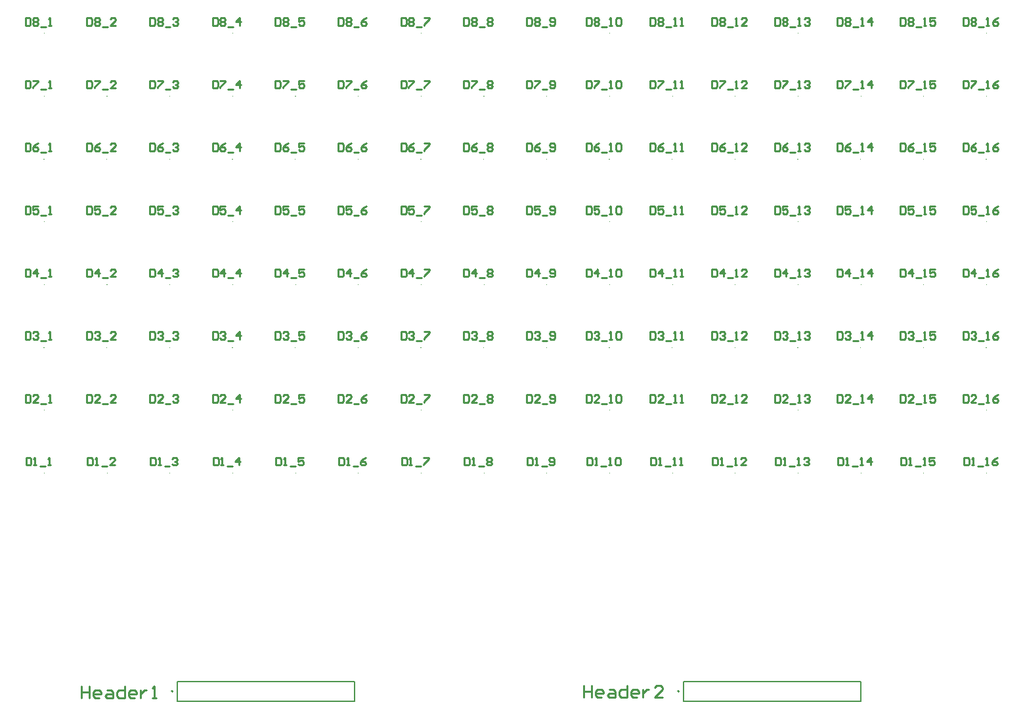
<source format=gto>
G04*
G04 #@! TF.GenerationSoftware,Altium Limited,Altium Designer,25.3.3 (18)*
G04*
G04 Layer_Color=65535*
%FSLAX44Y44*%
%MOMM*%
G71*
G04*
G04 #@! TF.SameCoordinates,CB88EDEE-3B84-468B-BC6F-DFD1C9856FDA*
G04*
G04*
G04 #@! TF.FilePolarity,Positive*
G04*
G01*
G75*
%ADD10C,0.2000*%
%ADD11C,0.1000*%
%ADD12C,0.2540*%
D10*
X1230210Y300000D02*
G03*
X1230210Y300000I-1000J0D01*
G01*
X577660D02*
G03*
X577660Y300000I-1000J0D01*
G01*
X1235710Y287300D02*
X1464310D01*
X1235710Y312700D02*
X1464310D01*
Y287300D02*
Y312700D01*
X1235710Y287300D02*
Y312700D01*
X583160Y287300D02*
Y312700D01*
X811760Y287300D02*
Y312700D01*
X583160D02*
X811760D01*
X583160Y287300D02*
X811760D01*
D11*
X1626550Y581310D02*
G03*
X1626550Y581310I-500J0D01*
G01*
X411550Y1148310D02*
G03*
X411550Y1148310I-500J0D01*
G01*
Y1067310D02*
G03*
X411550Y1067310I-500J0D01*
G01*
Y986310D02*
G03*
X411550Y986310I-500J0D01*
G01*
Y905310D02*
G03*
X411550Y905310I-500J0D01*
G01*
Y824310D02*
G03*
X411550Y824310I-500J0D01*
G01*
Y743310D02*
G03*
X411550Y743310I-500J0D01*
G01*
Y662310D02*
G03*
X411550Y662310I-500J0D01*
G01*
Y581310D02*
G03*
X411550Y581310I-500J0D01*
G01*
X492550Y1148310D02*
G03*
X492550Y1148310I-500J0D01*
G01*
Y1067310D02*
G03*
X492550Y1067310I-500J0D01*
G01*
Y986310D02*
G03*
X492550Y986310I-500J0D01*
G01*
Y905310D02*
G03*
X492550Y905310I-500J0D01*
G01*
Y824310D02*
G03*
X492550Y824310I-500J0D01*
G01*
Y743310D02*
G03*
X492550Y743310I-500J0D01*
G01*
Y662310D02*
G03*
X492550Y662310I-500J0D01*
G01*
Y581310D02*
G03*
X492550Y581310I-500J0D01*
G01*
X573550Y1148310D02*
G03*
X573550Y1148310I-500J0D01*
G01*
Y1067310D02*
G03*
X573550Y1067310I-500J0D01*
G01*
Y986310D02*
G03*
X573550Y986310I-500J0D01*
G01*
Y905310D02*
G03*
X573550Y905310I-500J0D01*
G01*
Y824310D02*
G03*
X573550Y824310I-500J0D01*
G01*
Y743310D02*
G03*
X573550Y743310I-500J0D01*
G01*
Y662310D02*
G03*
X573550Y662310I-500J0D01*
G01*
Y581310D02*
G03*
X573550Y581310I-500J0D01*
G01*
X654550Y1148310D02*
G03*
X654550Y1148310I-500J0D01*
G01*
Y1067310D02*
G03*
X654550Y1067310I-500J0D01*
G01*
Y986310D02*
G03*
X654550Y986310I-500J0D01*
G01*
Y905310D02*
G03*
X654550Y905310I-500J0D01*
G01*
Y824310D02*
G03*
X654550Y824310I-500J0D01*
G01*
Y743310D02*
G03*
X654550Y743310I-500J0D01*
G01*
Y662310D02*
G03*
X654550Y662310I-500J0D01*
G01*
Y581310D02*
G03*
X654550Y581310I-500J0D01*
G01*
X735550Y1148310D02*
G03*
X735550Y1148310I-500J0D01*
G01*
Y1067310D02*
G03*
X735550Y1067310I-500J0D01*
G01*
Y986310D02*
G03*
X735550Y986310I-500J0D01*
G01*
Y905310D02*
G03*
X735550Y905310I-500J0D01*
G01*
Y824310D02*
G03*
X735550Y824310I-500J0D01*
G01*
Y743310D02*
G03*
X735550Y743310I-500J0D01*
G01*
Y662310D02*
G03*
X735550Y662310I-500J0D01*
G01*
Y581310D02*
G03*
X735550Y581310I-500J0D01*
G01*
X816550Y1148310D02*
G03*
X816550Y1148310I-500J0D01*
G01*
Y1067310D02*
G03*
X816550Y1067310I-500J0D01*
G01*
Y986310D02*
G03*
X816550Y986310I-500J0D01*
G01*
Y905310D02*
G03*
X816550Y905310I-500J0D01*
G01*
Y824310D02*
G03*
X816550Y824310I-500J0D01*
G01*
Y743310D02*
G03*
X816550Y743310I-500J0D01*
G01*
Y662310D02*
G03*
X816550Y662310I-500J0D01*
G01*
Y581310D02*
G03*
X816550Y581310I-500J0D01*
G01*
X897550Y1148310D02*
G03*
X897550Y1148310I-500J0D01*
G01*
Y1067310D02*
G03*
X897550Y1067310I-500J0D01*
G01*
Y986310D02*
G03*
X897550Y986310I-500J0D01*
G01*
Y905310D02*
G03*
X897550Y905310I-500J0D01*
G01*
Y824310D02*
G03*
X897550Y824310I-500J0D01*
G01*
Y743310D02*
G03*
X897550Y743310I-500J0D01*
G01*
Y662310D02*
G03*
X897550Y662310I-500J0D01*
G01*
Y581310D02*
G03*
X897550Y581310I-500J0D01*
G01*
X978550Y1148310D02*
G03*
X978550Y1148310I-500J0D01*
G01*
Y1067310D02*
G03*
X978550Y1067310I-500J0D01*
G01*
Y986310D02*
G03*
X978550Y986310I-500J0D01*
G01*
Y905310D02*
G03*
X978550Y905310I-500J0D01*
G01*
Y824310D02*
G03*
X978550Y824310I-500J0D01*
G01*
Y743310D02*
G03*
X978550Y743310I-500J0D01*
G01*
Y662310D02*
G03*
X978550Y662310I-500J0D01*
G01*
Y581310D02*
G03*
X978550Y581310I-500J0D01*
G01*
X1059550Y1148310D02*
G03*
X1059550Y1148310I-500J0D01*
G01*
Y1067310D02*
G03*
X1059550Y1067310I-500J0D01*
G01*
Y986310D02*
G03*
X1059550Y986310I-500J0D01*
G01*
Y905310D02*
G03*
X1059550Y905310I-500J0D01*
G01*
Y824310D02*
G03*
X1059550Y824310I-500J0D01*
G01*
Y743310D02*
G03*
X1059550Y743310I-500J0D01*
G01*
Y662310D02*
G03*
X1059550Y662310I-500J0D01*
G01*
Y581310D02*
G03*
X1059550Y581310I-500J0D01*
G01*
X1140550Y1148310D02*
G03*
X1140550Y1148310I-500J0D01*
G01*
Y1067310D02*
G03*
X1140550Y1067310I-500J0D01*
G01*
Y986310D02*
G03*
X1140550Y986310I-500J0D01*
G01*
Y905310D02*
G03*
X1140550Y905310I-500J0D01*
G01*
Y824310D02*
G03*
X1140550Y824310I-500J0D01*
G01*
Y743310D02*
G03*
X1140550Y743310I-500J0D01*
G01*
Y662310D02*
G03*
X1140550Y662310I-500J0D01*
G01*
Y581310D02*
G03*
X1140550Y581310I-500J0D01*
G01*
X1221550Y1148310D02*
G03*
X1221550Y1148310I-500J0D01*
G01*
Y1067310D02*
G03*
X1221550Y1067310I-500J0D01*
G01*
Y986310D02*
G03*
X1221550Y986310I-500J0D01*
G01*
Y905310D02*
G03*
X1221550Y905310I-500J0D01*
G01*
Y824310D02*
G03*
X1221550Y824310I-500J0D01*
G01*
Y743310D02*
G03*
X1221550Y743310I-500J0D01*
G01*
Y662310D02*
G03*
X1221550Y662310I-500J0D01*
G01*
Y581310D02*
G03*
X1221550Y581310I-500J0D01*
G01*
X1302550Y1148310D02*
G03*
X1302550Y1148310I-500J0D01*
G01*
Y1067310D02*
G03*
X1302550Y1067310I-500J0D01*
G01*
Y986310D02*
G03*
X1302550Y986310I-500J0D01*
G01*
Y905310D02*
G03*
X1302550Y905310I-500J0D01*
G01*
Y824310D02*
G03*
X1302550Y824310I-500J0D01*
G01*
Y743310D02*
G03*
X1302550Y743310I-500J0D01*
G01*
Y662310D02*
G03*
X1302550Y662310I-500J0D01*
G01*
Y581310D02*
G03*
X1302550Y581310I-500J0D01*
G01*
X1383550Y1148310D02*
G03*
X1383550Y1148310I-500J0D01*
G01*
Y1067310D02*
G03*
X1383550Y1067310I-500J0D01*
G01*
Y986310D02*
G03*
X1383550Y986310I-500J0D01*
G01*
Y905310D02*
G03*
X1383550Y905310I-500J0D01*
G01*
Y824310D02*
G03*
X1383550Y824310I-500J0D01*
G01*
Y743310D02*
G03*
X1383550Y743310I-500J0D01*
G01*
Y662310D02*
G03*
X1383550Y662310I-500J0D01*
G01*
Y581310D02*
G03*
X1383550Y581310I-500J0D01*
G01*
X1464550Y1148310D02*
G03*
X1464550Y1148310I-500J0D01*
G01*
Y1067310D02*
G03*
X1464550Y1067310I-500J0D01*
G01*
Y986310D02*
G03*
X1464550Y986310I-500J0D01*
G01*
Y905310D02*
G03*
X1464550Y905310I-500J0D01*
G01*
Y824310D02*
G03*
X1464550Y824310I-500J0D01*
G01*
Y743310D02*
G03*
X1464550Y743310I-500J0D01*
G01*
Y662310D02*
G03*
X1464550Y662310I-500J0D01*
G01*
Y581310D02*
G03*
X1464550Y581310I-500J0D01*
G01*
X1545550Y1148310D02*
G03*
X1545550Y1148310I-500J0D01*
G01*
Y1067310D02*
G03*
X1545550Y1067310I-500J0D01*
G01*
Y986310D02*
G03*
X1545550Y986310I-500J0D01*
G01*
Y905310D02*
G03*
X1545550Y905310I-500J0D01*
G01*
Y824310D02*
G03*
X1545550Y824310I-500J0D01*
G01*
Y743310D02*
G03*
X1545550Y743310I-500J0D01*
G01*
Y662310D02*
G03*
X1545550Y662310I-500J0D01*
G01*
Y581310D02*
G03*
X1545550Y581310I-500J0D01*
G01*
X1626550Y1148310D02*
G03*
X1626550Y1148310I-500J0D01*
G01*
Y1067310D02*
G03*
X1626550Y1067310I-500J0D01*
G01*
Y986310D02*
G03*
X1626550Y986310I-500J0D01*
G01*
Y905310D02*
G03*
X1626550Y905310I-500J0D01*
G01*
Y824310D02*
G03*
X1626550Y824310I-500J0D01*
G01*
Y743310D02*
G03*
X1626550Y743310I-500J0D01*
G01*
Y662310D02*
G03*
X1626550Y662310I-500J0D01*
G01*
D12*
X1107456Y307617D02*
Y292383D01*
Y300000D01*
X1117613D01*
Y307617D01*
Y292383D01*
X1130309D02*
X1125231D01*
X1122691Y294922D01*
Y300000D01*
X1125231Y302539D01*
X1130309D01*
X1132848Y300000D01*
Y297461D01*
X1122691D01*
X1140466Y302539D02*
X1145544D01*
X1148083Y300000D01*
Y292383D01*
X1140466D01*
X1137927Y294922D01*
X1140466Y297461D01*
X1148083D01*
X1163318Y307617D02*
Y292383D01*
X1155701D01*
X1153162Y294922D01*
Y300000D01*
X1155701Y302539D01*
X1163318D01*
X1176014Y292383D02*
X1170936D01*
X1168397Y294922D01*
Y300000D01*
X1170936Y302539D01*
X1176014D01*
X1178553Y300000D01*
Y297461D01*
X1168397D01*
X1183632Y302539D02*
Y292383D01*
Y297461D01*
X1186171Y300000D01*
X1188710Y302539D01*
X1191249D01*
X1209024Y292383D02*
X1198867D01*
X1209024Y302539D01*
Y305078D01*
X1206484Y307617D01*
X1201406D01*
X1198867Y305078D01*
X1597200Y601461D02*
Y591465D01*
X1602199D01*
X1603865Y593131D01*
Y599795D01*
X1602199Y601461D01*
X1597200D01*
X1607197Y591465D02*
X1610529D01*
X1608863D01*
Y601461D01*
X1607197Y599795D01*
X1615528Y589799D02*
X1622192D01*
X1625524Y591465D02*
X1628857D01*
X1627191D01*
Y601461D01*
X1625524Y599795D01*
X1640520Y601461D02*
X1637187Y599795D01*
X1633855Y596463D01*
Y593131D01*
X1635521Y591465D01*
X1638853D01*
X1640520Y593131D01*
Y594797D01*
X1638853Y596463D01*
X1633855D01*
X387199Y1168461D02*
Y1158465D01*
X392197D01*
X393863Y1160131D01*
Y1166795D01*
X392197Y1168461D01*
X387199D01*
X397196Y1166795D02*
X398862Y1168461D01*
X402194D01*
X403860Y1166795D01*
Y1165129D01*
X402194Y1163463D01*
X403860Y1161797D01*
Y1160131D01*
X402194Y1158465D01*
X398862D01*
X397196Y1160131D01*
Y1161797D01*
X398862Y1163463D01*
X397196Y1165129D01*
Y1166795D01*
X398862Y1163463D02*
X402194D01*
X407192Y1156798D02*
X413857D01*
X417189Y1158465D02*
X420521D01*
X418855D01*
Y1168461D01*
X417189Y1166795D01*
X387199Y1087461D02*
Y1077465D01*
X392197D01*
X393863Y1079131D01*
Y1085795D01*
X392197Y1087461D01*
X387199D01*
X397196D02*
X403860D01*
Y1085795D01*
X397196Y1079131D01*
Y1077465D01*
X407192Y1075798D02*
X413857D01*
X417189Y1077465D02*
X420521D01*
X418855D01*
Y1087461D01*
X417189Y1085795D01*
X387199Y1006461D02*
Y996465D01*
X392197D01*
X393863Y998131D01*
Y1004795D01*
X392197Y1006461D01*
X387199D01*
X403860D02*
X400528Y1004795D01*
X397196Y1001463D01*
Y998131D01*
X398862Y996465D01*
X402194D01*
X403860Y998131D01*
Y999797D01*
X402194Y1001463D01*
X397196D01*
X407192Y994799D02*
X413857D01*
X417189Y996465D02*
X420521D01*
X418855D01*
Y1006461D01*
X417189Y1004795D01*
X387199Y925462D02*
Y915465D01*
X392197D01*
X393863Y917131D01*
Y923795D01*
X392197Y925462D01*
X387199D01*
X403860D02*
X397196D01*
Y920463D01*
X400528Y922129D01*
X402194D01*
X403860Y920463D01*
Y917131D01*
X402194Y915465D01*
X398862D01*
X397196Y917131D01*
X407192Y913799D02*
X413857D01*
X417189Y915465D02*
X420521D01*
X418855D01*
Y925462D01*
X417189Y923795D01*
X387199Y844462D02*
Y834465D01*
X392197D01*
X393863Y836131D01*
Y842795D01*
X392197Y844462D01*
X387199D01*
X402194Y834465D02*
Y844462D01*
X397196Y839463D01*
X403860D01*
X407192Y832798D02*
X413857D01*
X417189Y834465D02*
X420521D01*
X418855D01*
Y844462D01*
X417189Y842795D01*
X387199Y763462D02*
Y753465D01*
X392197D01*
X393863Y755131D01*
Y761795D01*
X392197Y763462D01*
X387199D01*
X397196Y761795D02*
X398862Y763462D01*
X402194D01*
X403860Y761795D01*
Y760129D01*
X402194Y758463D01*
X400528D01*
X402194D01*
X403860Y756797D01*
Y755131D01*
X402194Y753465D01*
X398862D01*
X397196Y755131D01*
X407192Y751798D02*
X413857D01*
X417189Y753465D02*
X420521D01*
X418855D01*
Y763462D01*
X417189Y761795D01*
X387199Y682461D02*
Y672465D01*
X392197D01*
X393863Y674131D01*
Y680795D01*
X392197Y682461D01*
X387199D01*
X403860Y672465D02*
X397196D01*
X403860Y679129D01*
Y680795D01*
X402194Y682461D01*
X398862D01*
X397196Y680795D01*
X407192Y670798D02*
X413857D01*
X417189Y672465D02*
X420521D01*
X418855D01*
Y682461D01*
X417189Y680795D01*
X388032Y601461D02*
Y591465D01*
X393030D01*
X394696Y593131D01*
Y599795D01*
X393030Y601461D01*
X388032D01*
X398029Y591465D02*
X401361D01*
X399695D01*
Y601461D01*
X398029Y599795D01*
X406359Y589799D02*
X413024D01*
X416356Y591465D02*
X419688D01*
X418022D01*
Y601461D01*
X416356Y599795D01*
X466533Y1168461D02*
Y1158465D01*
X471531D01*
X473197Y1160131D01*
Y1166795D01*
X471531Y1168461D01*
X466533D01*
X476529Y1166795D02*
X478195Y1168461D01*
X481528D01*
X483194Y1166795D01*
Y1165129D01*
X481528Y1163463D01*
X483194Y1161797D01*
Y1160131D01*
X481528Y1158465D01*
X478195D01*
X476529Y1160131D01*
Y1161797D01*
X478195Y1163463D01*
X476529Y1165129D01*
Y1166795D01*
X478195Y1163463D02*
X481528D01*
X486526Y1156798D02*
X493191D01*
X503187Y1158465D02*
X496523D01*
X503187Y1165129D01*
Y1166795D01*
X501521Y1168461D01*
X498189D01*
X496523Y1166795D01*
X466533Y1087461D02*
Y1077465D01*
X471531D01*
X473197Y1079131D01*
Y1085795D01*
X471531Y1087461D01*
X466533D01*
X476529D02*
X483194D01*
Y1085795D01*
X476529Y1079131D01*
Y1077465D01*
X486526Y1075798D02*
X493191D01*
X503187Y1077465D02*
X496523D01*
X503187Y1084129D01*
Y1085795D01*
X501521Y1087461D01*
X498189D01*
X496523Y1085795D01*
X466533Y1006461D02*
Y996465D01*
X471531D01*
X473197Y998131D01*
Y1004795D01*
X471531Y1006461D01*
X466533D01*
X483194D02*
X479862Y1004795D01*
X476529Y1001463D01*
Y998131D01*
X478195Y996465D01*
X481528D01*
X483194Y998131D01*
Y999797D01*
X481528Y1001463D01*
X476529D01*
X486526Y994799D02*
X493191D01*
X503187Y996465D02*
X496523D01*
X503187Y1003129D01*
Y1004795D01*
X501521Y1006461D01*
X498189D01*
X496523Y1004795D01*
X466533Y925462D02*
Y915465D01*
X471531D01*
X473197Y917131D01*
Y923795D01*
X471531Y925462D01*
X466533D01*
X483194D02*
X476529D01*
Y920463D01*
X479862Y922129D01*
X481528D01*
X483194Y920463D01*
Y917131D01*
X481528Y915465D01*
X478195D01*
X476529Y917131D01*
X486526Y913799D02*
X493191D01*
X503187Y915465D02*
X496523D01*
X503187Y922129D01*
Y923795D01*
X501521Y925462D01*
X498189D01*
X496523Y923795D01*
X466533Y844462D02*
Y834465D01*
X471531D01*
X473197Y836131D01*
Y842795D01*
X471531Y844462D01*
X466533D01*
X481528Y834465D02*
Y844462D01*
X476529Y839463D01*
X483194D01*
X486526Y832798D02*
X493191D01*
X503187Y834465D02*
X496523D01*
X503187Y841129D01*
Y842795D01*
X501521Y844462D01*
X498189D01*
X496523Y842795D01*
X466533Y763462D02*
Y753465D01*
X471531D01*
X473197Y755131D01*
Y761795D01*
X471531Y763462D01*
X466533D01*
X476529Y761795D02*
X478195Y763462D01*
X481528D01*
X483194Y761795D01*
Y760129D01*
X481528Y758463D01*
X479862D01*
X481528D01*
X483194Y756797D01*
Y755131D01*
X481528Y753465D01*
X478195D01*
X476529Y755131D01*
X486526Y751798D02*
X493191D01*
X503187Y753465D02*
X496523D01*
X503187Y760129D01*
Y761795D01*
X501521Y763462D01*
X498189D01*
X496523Y761795D01*
X466533Y682461D02*
Y672465D01*
X471531D01*
X473197Y674131D01*
Y680795D01*
X471531Y682461D01*
X466533D01*
X483194Y672465D02*
X476529D01*
X483194Y679129D01*
Y680795D01*
X481528Y682461D01*
X478195D01*
X476529Y680795D01*
X486526Y670798D02*
X493191D01*
X503187Y672465D02*
X496523D01*
X503187Y679129D01*
Y680795D01*
X501521Y682461D01*
X498189D01*
X496523Y680795D01*
X467366Y601461D02*
Y591465D01*
X472364D01*
X474030Y593131D01*
Y599795D01*
X472364Y601461D01*
X467366D01*
X477362Y591465D02*
X480695D01*
X479029D01*
Y601461D01*
X477362Y599795D01*
X485693Y589799D02*
X492358D01*
X502354Y591465D02*
X495690D01*
X502354Y598129D01*
Y599795D01*
X500688Y601461D01*
X497356D01*
X495690Y599795D01*
X547533Y1168461D02*
Y1158465D01*
X552531D01*
X554197Y1160131D01*
Y1166795D01*
X552531Y1168461D01*
X547533D01*
X557529Y1166795D02*
X559196Y1168461D01*
X562528D01*
X564194Y1166795D01*
Y1165129D01*
X562528Y1163463D01*
X564194Y1161797D01*
Y1160131D01*
X562528Y1158465D01*
X559196D01*
X557529Y1160131D01*
Y1161797D01*
X559196Y1163463D01*
X557529Y1165129D01*
Y1166795D01*
X559196Y1163463D02*
X562528D01*
X567526Y1156798D02*
X574191D01*
X577523Y1166795D02*
X579189Y1168461D01*
X582521D01*
X584187Y1166795D01*
Y1165129D01*
X582521Y1163463D01*
X580855D01*
X582521D01*
X584187Y1161797D01*
Y1160131D01*
X582521Y1158465D01*
X579189D01*
X577523Y1160131D01*
X547533Y1087461D02*
Y1077465D01*
X552531D01*
X554197Y1079131D01*
Y1085795D01*
X552531Y1087461D01*
X547533D01*
X557529D02*
X564194D01*
Y1085795D01*
X557529Y1079131D01*
Y1077465D01*
X567526Y1075798D02*
X574191D01*
X577523Y1085795D02*
X579189Y1087461D01*
X582521D01*
X584187Y1085795D01*
Y1084129D01*
X582521Y1082463D01*
X580855D01*
X582521D01*
X584187Y1080797D01*
Y1079131D01*
X582521Y1077465D01*
X579189D01*
X577523Y1079131D01*
X547533Y1006461D02*
Y996465D01*
X552531D01*
X554197Y998131D01*
Y1004795D01*
X552531Y1006461D01*
X547533D01*
X564194D02*
X560862Y1004795D01*
X557529Y1001463D01*
Y998131D01*
X559196Y996465D01*
X562528D01*
X564194Y998131D01*
Y999797D01*
X562528Y1001463D01*
X557529D01*
X567526Y994799D02*
X574191D01*
X577523Y1004795D02*
X579189Y1006461D01*
X582521D01*
X584187Y1004795D01*
Y1003129D01*
X582521Y1001463D01*
X580855D01*
X582521D01*
X584187Y999797D01*
Y998131D01*
X582521Y996465D01*
X579189D01*
X577523Y998131D01*
X547533Y925462D02*
Y915465D01*
X552531D01*
X554197Y917131D01*
Y923795D01*
X552531Y925462D01*
X547533D01*
X564194D02*
X557529D01*
Y920463D01*
X560862Y922129D01*
X562528D01*
X564194Y920463D01*
Y917131D01*
X562528Y915465D01*
X559196D01*
X557529Y917131D01*
X567526Y913799D02*
X574191D01*
X577523Y923795D02*
X579189Y925462D01*
X582521D01*
X584187Y923795D01*
Y922129D01*
X582521Y920463D01*
X580855D01*
X582521D01*
X584187Y918797D01*
Y917131D01*
X582521Y915465D01*
X579189D01*
X577523Y917131D01*
X547533Y844462D02*
Y834465D01*
X552531D01*
X554197Y836131D01*
Y842795D01*
X552531Y844462D01*
X547533D01*
X562528Y834465D02*
Y844462D01*
X557529Y839463D01*
X564194D01*
X567526Y832798D02*
X574191D01*
X577523Y842795D02*
X579189Y844462D01*
X582521D01*
X584187Y842795D01*
Y841129D01*
X582521Y839463D01*
X580855D01*
X582521D01*
X584187Y837797D01*
Y836131D01*
X582521Y834465D01*
X579189D01*
X577523Y836131D01*
X547533Y763462D02*
Y753465D01*
X552531D01*
X554197Y755131D01*
Y761795D01*
X552531Y763462D01*
X547533D01*
X557529Y761795D02*
X559196Y763462D01*
X562528D01*
X564194Y761795D01*
Y760129D01*
X562528Y758463D01*
X560862D01*
X562528D01*
X564194Y756797D01*
Y755131D01*
X562528Y753465D01*
X559196D01*
X557529Y755131D01*
X567526Y751798D02*
X574191D01*
X577523Y761795D02*
X579189Y763462D01*
X582521D01*
X584187Y761795D01*
Y760129D01*
X582521Y758463D01*
X580855D01*
X582521D01*
X584187Y756797D01*
Y755131D01*
X582521Y753465D01*
X579189D01*
X577523Y755131D01*
X547533Y682461D02*
Y672465D01*
X552531D01*
X554197Y674131D01*
Y680795D01*
X552531Y682461D01*
X547533D01*
X564194Y672465D02*
X557529D01*
X564194Y679129D01*
Y680795D01*
X562528Y682461D01*
X559196D01*
X557529Y680795D01*
X567526Y670798D02*
X574191D01*
X577523Y680795D02*
X579189Y682461D01*
X582521D01*
X584187Y680795D01*
Y679129D01*
X582521Y677463D01*
X580855D01*
X582521D01*
X584187Y675797D01*
Y674131D01*
X582521Y672465D01*
X579189D01*
X577523Y674131D01*
X548366Y601461D02*
Y591465D01*
X553364D01*
X555030Y593131D01*
Y599795D01*
X553364Y601461D01*
X548366D01*
X558362Y591465D02*
X561695D01*
X560029D01*
Y601461D01*
X558362Y599795D01*
X566693Y589799D02*
X573358D01*
X576690Y599795D02*
X578356Y601461D01*
X581688D01*
X583354Y599795D01*
Y598129D01*
X581688Y596463D01*
X580022D01*
X581688D01*
X583354Y594797D01*
Y593131D01*
X581688Y591465D01*
X578356D01*
X576690Y593131D01*
X628533Y1168461D02*
Y1158465D01*
X633531D01*
X635197Y1160131D01*
Y1166795D01*
X633531Y1168461D01*
X628533D01*
X638529Y1166795D02*
X640195Y1168461D01*
X643528D01*
X645194Y1166795D01*
Y1165129D01*
X643528Y1163463D01*
X645194Y1161797D01*
Y1160131D01*
X643528Y1158465D01*
X640195D01*
X638529Y1160131D01*
Y1161797D01*
X640195Y1163463D01*
X638529Y1165129D01*
Y1166795D01*
X640195Y1163463D02*
X643528D01*
X648526Y1156798D02*
X655191D01*
X663521Y1158465D02*
Y1168461D01*
X658523Y1163463D01*
X665187D01*
X628533Y1087461D02*
Y1077465D01*
X633531D01*
X635197Y1079131D01*
Y1085795D01*
X633531Y1087461D01*
X628533D01*
X638529D02*
X645194D01*
Y1085795D01*
X638529Y1079131D01*
Y1077465D01*
X648526Y1075798D02*
X655191D01*
X663521Y1077465D02*
Y1087461D01*
X658523Y1082463D01*
X665187D01*
X628533Y1006461D02*
Y996465D01*
X633531D01*
X635197Y998131D01*
Y1004795D01*
X633531Y1006461D01*
X628533D01*
X645194D02*
X641862Y1004795D01*
X638529Y1001463D01*
Y998131D01*
X640195Y996465D01*
X643528D01*
X645194Y998131D01*
Y999797D01*
X643528Y1001463D01*
X638529D01*
X648526Y994799D02*
X655191D01*
X663521Y996465D02*
Y1006461D01*
X658523Y1001463D01*
X665187D01*
X628533Y925462D02*
Y915465D01*
X633531D01*
X635197Y917131D01*
Y923795D01*
X633531Y925462D01*
X628533D01*
X645194D02*
X638529D01*
Y920463D01*
X641862Y922129D01*
X643528D01*
X645194Y920463D01*
Y917131D01*
X643528Y915465D01*
X640195D01*
X638529Y917131D01*
X648526Y913799D02*
X655191D01*
X663521Y915465D02*
Y925462D01*
X658523Y920463D01*
X665187D01*
X628533Y844462D02*
Y834465D01*
X633531D01*
X635197Y836131D01*
Y842795D01*
X633531Y844462D01*
X628533D01*
X643528Y834465D02*
Y844462D01*
X638529Y839463D01*
X645194D01*
X648526Y832798D02*
X655191D01*
X663521Y834465D02*
Y844462D01*
X658523Y839463D01*
X665187D01*
X628533Y763462D02*
Y753465D01*
X633531D01*
X635197Y755131D01*
Y761795D01*
X633531Y763462D01*
X628533D01*
X638529Y761795D02*
X640195Y763462D01*
X643528D01*
X645194Y761795D01*
Y760129D01*
X643528Y758463D01*
X641862D01*
X643528D01*
X645194Y756797D01*
Y755131D01*
X643528Y753465D01*
X640195D01*
X638529Y755131D01*
X648526Y751798D02*
X655191D01*
X663521Y753465D02*
Y763462D01*
X658523Y758463D01*
X665187D01*
X628533Y682461D02*
Y672465D01*
X633531D01*
X635197Y674131D01*
Y680795D01*
X633531Y682461D01*
X628533D01*
X645194Y672465D02*
X638529D01*
X645194Y679129D01*
Y680795D01*
X643528Y682461D01*
X640195D01*
X638529Y680795D01*
X648526Y670798D02*
X655191D01*
X663521Y672465D02*
Y682461D01*
X658523Y677463D01*
X665187D01*
X629366Y601461D02*
Y591465D01*
X634364D01*
X636030Y593131D01*
Y599795D01*
X634364Y601461D01*
X629366D01*
X639362Y591465D02*
X642695D01*
X641029D01*
Y601461D01*
X639362Y599795D01*
X647693Y589799D02*
X654358D01*
X662688Y591465D02*
Y601461D01*
X657690Y596463D01*
X664354D01*
X709533Y1168461D02*
Y1158465D01*
X714531D01*
X716197Y1160131D01*
Y1166795D01*
X714531Y1168461D01*
X709533D01*
X719529Y1166795D02*
X721196Y1168461D01*
X724528D01*
X726194Y1166795D01*
Y1165129D01*
X724528Y1163463D01*
X726194Y1161797D01*
Y1160131D01*
X724528Y1158465D01*
X721196D01*
X719529Y1160131D01*
Y1161797D01*
X721196Y1163463D01*
X719529Y1165129D01*
Y1166795D01*
X721196Y1163463D02*
X724528D01*
X729526Y1156798D02*
X736191D01*
X746187Y1168461D02*
X739523D01*
Y1163463D01*
X742855Y1165129D01*
X744521D01*
X746187Y1163463D01*
Y1160131D01*
X744521Y1158465D01*
X741189D01*
X739523Y1160131D01*
X709533Y1087461D02*
Y1077465D01*
X714531D01*
X716197Y1079131D01*
Y1085795D01*
X714531Y1087461D01*
X709533D01*
X719529D02*
X726194D01*
Y1085795D01*
X719529Y1079131D01*
Y1077465D01*
X729526Y1075798D02*
X736191D01*
X746187Y1087461D02*
X739523D01*
Y1082463D01*
X742855Y1084129D01*
X744521D01*
X746187Y1082463D01*
Y1079131D01*
X744521Y1077465D01*
X741189D01*
X739523Y1079131D01*
X709533Y1006461D02*
Y996465D01*
X714531D01*
X716197Y998131D01*
Y1004795D01*
X714531Y1006461D01*
X709533D01*
X726194D02*
X722862Y1004795D01*
X719529Y1001463D01*
Y998131D01*
X721196Y996465D01*
X724528D01*
X726194Y998131D01*
Y999797D01*
X724528Y1001463D01*
X719529D01*
X729526Y994799D02*
X736191D01*
X746187Y1006461D02*
X739523D01*
Y1001463D01*
X742855Y1003129D01*
X744521D01*
X746187Y1001463D01*
Y998131D01*
X744521Y996465D01*
X741189D01*
X739523Y998131D01*
X709533Y925462D02*
Y915465D01*
X714531D01*
X716197Y917131D01*
Y923795D01*
X714531Y925462D01*
X709533D01*
X726194D02*
X719529D01*
Y920463D01*
X722862Y922129D01*
X724528D01*
X726194Y920463D01*
Y917131D01*
X724528Y915465D01*
X721196D01*
X719529Y917131D01*
X729526Y913799D02*
X736191D01*
X746187Y925462D02*
X739523D01*
Y920463D01*
X742855Y922129D01*
X744521D01*
X746187Y920463D01*
Y917131D01*
X744521Y915465D01*
X741189D01*
X739523Y917131D01*
X709533Y844462D02*
Y834465D01*
X714531D01*
X716197Y836131D01*
Y842795D01*
X714531Y844462D01*
X709533D01*
X724528Y834465D02*
Y844462D01*
X719529Y839463D01*
X726194D01*
X729526Y832798D02*
X736191D01*
X746187Y844462D02*
X739523D01*
Y839463D01*
X742855Y841129D01*
X744521D01*
X746187Y839463D01*
Y836131D01*
X744521Y834465D01*
X741189D01*
X739523Y836131D01*
X709533Y763462D02*
Y753465D01*
X714531D01*
X716197Y755131D01*
Y761795D01*
X714531Y763462D01*
X709533D01*
X719529Y761795D02*
X721196Y763462D01*
X724528D01*
X726194Y761795D01*
Y760129D01*
X724528Y758463D01*
X722862D01*
X724528D01*
X726194Y756797D01*
Y755131D01*
X724528Y753465D01*
X721196D01*
X719529Y755131D01*
X729526Y751798D02*
X736191D01*
X746187Y763462D02*
X739523D01*
Y758463D01*
X742855Y760129D01*
X744521D01*
X746187Y758463D01*
Y755131D01*
X744521Y753465D01*
X741189D01*
X739523Y755131D01*
X709533Y682461D02*
Y672465D01*
X714531D01*
X716197Y674131D01*
Y680795D01*
X714531Y682461D01*
X709533D01*
X726194Y672465D02*
X719529D01*
X726194Y679129D01*
Y680795D01*
X724528Y682461D01*
X721196D01*
X719529Y680795D01*
X729526Y670798D02*
X736191D01*
X746187Y682461D02*
X739523D01*
Y677463D01*
X742855Y679129D01*
X744521D01*
X746187Y677463D01*
Y674131D01*
X744521Y672465D01*
X741189D01*
X739523Y674131D01*
X710366Y601461D02*
Y591465D01*
X715364D01*
X717030Y593131D01*
Y599795D01*
X715364Y601461D01*
X710366D01*
X720362Y591465D02*
X723695D01*
X722029D01*
Y601461D01*
X720362Y599795D01*
X728693Y589799D02*
X735358D01*
X745354Y601461D02*
X738690D01*
Y596463D01*
X742022Y598129D01*
X743688D01*
X745354Y596463D01*
Y593131D01*
X743688Y591465D01*
X740356D01*
X738690Y593131D01*
X790533Y1168461D02*
Y1158465D01*
X795531D01*
X797197Y1160131D01*
Y1166795D01*
X795531Y1168461D01*
X790533D01*
X800529Y1166795D02*
X802196Y1168461D01*
X805528D01*
X807194Y1166795D01*
Y1165129D01*
X805528Y1163463D01*
X807194Y1161797D01*
Y1160131D01*
X805528Y1158465D01*
X802196D01*
X800529Y1160131D01*
Y1161797D01*
X802196Y1163463D01*
X800529Y1165129D01*
Y1166795D01*
X802196Y1163463D02*
X805528D01*
X810526Y1156798D02*
X817191D01*
X827187Y1168461D02*
X823855Y1166795D01*
X820523Y1163463D01*
Y1160131D01*
X822189Y1158465D01*
X825521D01*
X827187Y1160131D01*
Y1161797D01*
X825521Y1163463D01*
X820523D01*
X790533Y1087461D02*
Y1077465D01*
X795531D01*
X797197Y1079131D01*
Y1085795D01*
X795531Y1087461D01*
X790533D01*
X800529D02*
X807194D01*
Y1085795D01*
X800529Y1079131D01*
Y1077465D01*
X810526Y1075798D02*
X817191D01*
X827187Y1087461D02*
X823855Y1085795D01*
X820523Y1082463D01*
Y1079131D01*
X822189Y1077465D01*
X825521D01*
X827187Y1079131D01*
Y1080797D01*
X825521Y1082463D01*
X820523D01*
X790533Y1006461D02*
Y996465D01*
X795531D01*
X797197Y998131D01*
Y1004795D01*
X795531Y1006461D01*
X790533D01*
X807194D02*
X803862Y1004795D01*
X800529Y1001463D01*
Y998131D01*
X802196Y996465D01*
X805528D01*
X807194Y998131D01*
Y999797D01*
X805528Y1001463D01*
X800529D01*
X810526Y994799D02*
X817191D01*
X827187Y1006461D02*
X823855Y1004795D01*
X820523Y1001463D01*
Y998131D01*
X822189Y996465D01*
X825521D01*
X827187Y998131D01*
Y999797D01*
X825521Y1001463D01*
X820523D01*
X790533Y925462D02*
Y915465D01*
X795531D01*
X797197Y917131D01*
Y923795D01*
X795531Y925462D01*
X790533D01*
X807194D02*
X800529D01*
Y920463D01*
X803862Y922129D01*
X805528D01*
X807194Y920463D01*
Y917131D01*
X805528Y915465D01*
X802196D01*
X800529Y917131D01*
X810526Y913799D02*
X817191D01*
X827187Y925462D02*
X823855Y923795D01*
X820523Y920463D01*
Y917131D01*
X822189Y915465D01*
X825521D01*
X827187Y917131D01*
Y918797D01*
X825521Y920463D01*
X820523D01*
X790533Y844462D02*
Y834465D01*
X795531D01*
X797197Y836131D01*
Y842795D01*
X795531Y844462D01*
X790533D01*
X805528Y834465D02*
Y844462D01*
X800529Y839463D01*
X807194D01*
X810526Y832798D02*
X817191D01*
X827187Y844462D02*
X823855Y842795D01*
X820523Y839463D01*
Y836131D01*
X822189Y834465D01*
X825521D01*
X827187Y836131D01*
Y837797D01*
X825521Y839463D01*
X820523D01*
X790533Y763462D02*
Y753465D01*
X795531D01*
X797197Y755131D01*
Y761795D01*
X795531Y763462D01*
X790533D01*
X800529Y761795D02*
X802196Y763462D01*
X805528D01*
X807194Y761795D01*
Y760129D01*
X805528Y758463D01*
X803862D01*
X805528D01*
X807194Y756797D01*
Y755131D01*
X805528Y753465D01*
X802196D01*
X800529Y755131D01*
X810526Y751798D02*
X817191D01*
X827187Y763462D02*
X823855Y761795D01*
X820523Y758463D01*
Y755131D01*
X822189Y753465D01*
X825521D01*
X827187Y755131D01*
Y756797D01*
X825521Y758463D01*
X820523D01*
X790533Y682461D02*
Y672465D01*
X795531D01*
X797197Y674131D01*
Y680795D01*
X795531Y682461D01*
X790533D01*
X807194Y672465D02*
X800529D01*
X807194Y679129D01*
Y680795D01*
X805528Y682461D01*
X802196D01*
X800529Y680795D01*
X810526Y670798D02*
X817191D01*
X827187Y682461D02*
X823855Y680795D01*
X820523Y677463D01*
Y674131D01*
X822189Y672465D01*
X825521D01*
X827187Y674131D01*
Y675797D01*
X825521Y677463D01*
X820523D01*
X791366Y601461D02*
Y591465D01*
X796364D01*
X798030Y593131D01*
Y599795D01*
X796364Y601461D01*
X791366D01*
X801362Y591465D02*
X804695D01*
X803029D01*
Y601461D01*
X801362Y599795D01*
X809693Y589799D02*
X816358D01*
X826354Y601461D02*
X823022Y599795D01*
X819690Y596463D01*
Y593131D01*
X821356Y591465D01*
X824688D01*
X826354Y593131D01*
Y594797D01*
X824688Y596463D01*
X819690D01*
X871533Y1168461D02*
Y1158465D01*
X876531D01*
X878197Y1160131D01*
Y1166795D01*
X876531Y1168461D01*
X871533D01*
X881529Y1166795D02*
X883195Y1168461D01*
X886528D01*
X888194Y1166795D01*
Y1165129D01*
X886528Y1163463D01*
X888194Y1161797D01*
Y1160131D01*
X886528Y1158465D01*
X883195D01*
X881529Y1160131D01*
Y1161797D01*
X883195Y1163463D01*
X881529Y1165129D01*
Y1166795D01*
X883195Y1163463D02*
X886528D01*
X891526Y1156798D02*
X898191D01*
X901523Y1168461D02*
X908187D01*
Y1166795D01*
X901523Y1160131D01*
Y1158465D01*
X871533Y1087461D02*
Y1077465D01*
X876531D01*
X878197Y1079131D01*
Y1085795D01*
X876531Y1087461D01*
X871533D01*
X881529D02*
X888194D01*
Y1085795D01*
X881529Y1079131D01*
Y1077465D01*
X891526Y1075798D02*
X898191D01*
X901523Y1087461D02*
X908187D01*
Y1085795D01*
X901523Y1079131D01*
Y1077465D01*
X871533Y1006461D02*
Y996465D01*
X876531D01*
X878197Y998131D01*
Y1004795D01*
X876531Y1006461D01*
X871533D01*
X888194D02*
X884862Y1004795D01*
X881529Y1001463D01*
Y998131D01*
X883195Y996465D01*
X886528D01*
X888194Y998131D01*
Y999797D01*
X886528Y1001463D01*
X881529D01*
X891526Y994799D02*
X898191D01*
X901523Y1006461D02*
X908187D01*
Y1004795D01*
X901523Y998131D01*
Y996465D01*
X871533Y925462D02*
Y915465D01*
X876531D01*
X878197Y917131D01*
Y923795D01*
X876531Y925462D01*
X871533D01*
X888194D02*
X881529D01*
Y920463D01*
X884862Y922129D01*
X886528D01*
X888194Y920463D01*
Y917131D01*
X886528Y915465D01*
X883195D01*
X881529Y917131D01*
X891526Y913799D02*
X898191D01*
X901523Y925462D02*
X908187D01*
Y923795D01*
X901523Y917131D01*
Y915465D01*
X871533Y844462D02*
Y834465D01*
X876531D01*
X878197Y836131D01*
Y842795D01*
X876531Y844462D01*
X871533D01*
X886528Y834465D02*
Y844462D01*
X881529Y839463D01*
X888194D01*
X891526Y832798D02*
X898191D01*
X901523Y844462D02*
X908187D01*
Y842795D01*
X901523Y836131D01*
Y834465D01*
X871533Y763462D02*
Y753465D01*
X876531D01*
X878197Y755131D01*
Y761795D01*
X876531Y763462D01*
X871533D01*
X881529Y761795D02*
X883195Y763462D01*
X886528D01*
X888194Y761795D01*
Y760129D01*
X886528Y758463D01*
X884862D01*
X886528D01*
X888194Y756797D01*
Y755131D01*
X886528Y753465D01*
X883195D01*
X881529Y755131D01*
X891526Y751798D02*
X898191D01*
X901523Y763462D02*
X908187D01*
Y761795D01*
X901523Y755131D01*
Y753465D01*
X871533Y682461D02*
Y672465D01*
X876531D01*
X878197Y674131D01*
Y680795D01*
X876531Y682461D01*
X871533D01*
X888194Y672465D02*
X881529D01*
X888194Y679129D01*
Y680795D01*
X886528Y682461D01*
X883195D01*
X881529Y680795D01*
X891526Y670798D02*
X898191D01*
X901523Y682461D02*
X908187D01*
Y680795D01*
X901523Y674131D01*
Y672465D01*
X872366Y601461D02*
Y591465D01*
X877364D01*
X879030Y593131D01*
Y599795D01*
X877364Y601461D01*
X872366D01*
X882362Y591465D02*
X885695D01*
X884029D01*
Y601461D01*
X882362Y599795D01*
X890693Y589799D02*
X897358D01*
X900690Y601461D02*
X907354D01*
Y599795D01*
X900690Y593131D01*
Y591465D01*
X952533Y1168461D02*
Y1158465D01*
X957531D01*
X959197Y1160131D01*
Y1166795D01*
X957531Y1168461D01*
X952533D01*
X962529Y1166795D02*
X964195Y1168461D01*
X967528D01*
X969194Y1166795D01*
Y1165129D01*
X967528Y1163463D01*
X969194Y1161797D01*
Y1160131D01*
X967528Y1158465D01*
X964195D01*
X962529Y1160131D01*
Y1161797D01*
X964195Y1163463D01*
X962529Y1165129D01*
Y1166795D01*
X964195Y1163463D02*
X967528D01*
X972526Y1156798D02*
X979191D01*
X982523Y1166795D02*
X984189Y1168461D01*
X987521D01*
X989187Y1166795D01*
Y1165129D01*
X987521Y1163463D01*
X989187Y1161797D01*
Y1160131D01*
X987521Y1158465D01*
X984189D01*
X982523Y1160131D01*
Y1161797D01*
X984189Y1163463D01*
X982523Y1165129D01*
Y1166795D01*
X984189Y1163463D02*
X987521D01*
X952533Y1087461D02*
Y1077465D01*
X957531D01*
X959197Y1079131D01*
Y1085795D01*
X957531Y1087461D01*
X952533D01*
X962529D02*
X969194D01*
Y1085795D01*
X962529Y1079131D01*
Y1077465D01*
X972526Y1075798D02*
X979191D01*
X982523Y1085795D02*
X984189Y1087461D01*
X987521D01*
X989187Y1085795D01*
Y1084129D01*
X987521Y1082463D01*
X989187Y1080797D01*
Y1079131D01*
X987521Y1077465D01*
X984189D01*
X982523Y1079131D01*
Y1080797D01*
X984189Y1082463D01*
X982523Y1084129D01*
Y1085795D01*
X984189Y1082463D02*
X987521D01*
X952533Y1006461D02*
Y996465D01*
X957531D01*
X959197Y998131D01*
Y1004795D01*
X957531Y1006461D01*
X952533D01*
X969194D02*
X965862Y1004795D01*
X962529Y1001463D01*
Y998131D01*
X964195Y996465D01*
X967528D01*
X969194Y998131D01*
Y999797D01*
X967528Y1001463D01*
X962529D01*
X972526Y994799D02*
X979191D01*
X982523Y1004795D02*
X984189Y1006461D01*
X987521D01*
X989187Y1004795D01*
Y1003129D01*
X987521Y1001463D01*
X989187Y999797D01*
Y998131D01*
X987521Y996465D01*
X984189D01*
X982523Y998131D01*
Y999797D01*
X984189Y1001463D01*
X982523Y1003129D01*
Y1004795D01*
X984189Y1001463D02*
X987521D01*
X952533Y925462D02*
Y915465D01*
X957531D01*
X959197Y917131D01*
Y923795D01*
X957531Y925462D01*
X952533D01*
X969194D02*
X962529D01*
Y920463D01*
X965862Y922129D01*
X967528D01*
X969194Y920463D01*
Y917131D01*
X967528Y915465D01*
X964195D01*
X962529Y917131D01*
X972526Y913799D02*
X979191D01*
X982523Y923795D02*
X984189Y925462D01*
X987521D01*
X989187Y923795D01*
Y922129D01*
X987521Y920463D01*
X989187Y918797D01*
Y917131D01*
X987521Y915465D01*
X984189D01*
X982523Y917131D01*
Y918797D01*
X984189Y920463D01*
X982523Y922129D01*
Y923795D01*
X984189Y920463D02*
X987521D01*
X952533Y844462D02*
Y834465D01*
X957531D01*
X959197Y836131D01*
Y842795D01*
X957531Y844462D01*
X952533D01*
X967528Y834465D02*
Y844462D01*
X962529Y839463D01*
X969194D01*
X972526Y832798D02*
X979191D01*
X982523Y842795D02*
X984189Y844462D01*
X987521D01*
X989187Y842795D01*
Y841129D01*
X987521Y839463D01*
X989187Y837797D01*
Y836131D01*
X987521Y834465D01*
X984189D01*
X982523Y836131D01*
Y837797D01*
X984189Y839463D01*
X982523Y841129D01*
Y842795D01*
X984189Y839463D02*
X987521D01*
X952533Y763462D02*
Y753465D01*
X957531D01*
X959197Y755131D01*
Y761795D01*
X957531Y763462D01*
X952533D01*
X962529Y761795D02*
X964195Y763462D01*
X967528D01*
X969194Y761795D01*
Y760129D01*
X967528Y758463D01*
X965862D01*
X967528D01*
X969194Y756797D01*
Y755131D01*
X967528Y753465D01*
X964195D01*
X962529Y755131D01*
X972526Y751798D02*
X979191D01*
X982523Y761795D02*
X984189Y763462D01*
X987521D01*
X989187Y761795D01*
Y760129D01*
X987521Y758463D01*
X989187Y756797D01*
Y755131D01*
X987521Y753465D01*
X984189D01*
X982523Y755131D01*
Y756797D01*
X984189Y758463D01*
X982523Y760129D01*
Y761795D01*
X984189Y758463D02*
X987521D01*
X952533Y682461D02*
Y672465D01*
X957531D01*
X959197Y674131D01*
Y680795D01*
X957531Y682461D01*
X952533D01*
X969194Y672465D02*
X962529D01*
X969194Y679129D01*
Y680795D01*
X967528Y682461D01*
X964195D01*
X962529Y680795D01*
X972526Y670798D02*
X979191D01*
X982523Y680795D02*
X984189Y682461D01*
X987521D01*
X989187Y680795D01*
Y679129D01*
X987521Y677463D01*
X989187Y675797D01*
Y674131D01*
X987521Y672465D01*
X984189D01*
X982523Y674131D01*
Y675797D01*
X984189Y677463D01*
X982523Y679129D01*
Y680795D01*
X984189Y677463D02*
X987521D01*
X953366Y601461D02*
Y591465D01*
X958364D01*
X960030Y593131D01*
Y599795D01*
X958364Y601461D01*
X953366D01*
X963362Y591465D02*
X966695D01*
X965029D01*
Y601461D01*
X963362Y599795D01*
X971693Y589799D02*
X978358D01*
X981690Y599795D02*
X983356Y601461D01*
X986688D01*
X988354Y599795D01*
Y598129D01*
X986688Y596463D01*
X988354Y594797D01*
Y593131D01*
X986688Y591465D01*
X983356D01*
X981690Y593131D01*
Y594797D01*
X983356Y596463D01*
X981690Y598129D01*
Y599795D01*
X983356Y596463D02*
X986688D01*
X1033533Y1168461D02*
Y1158465D01*
X1038531D01*
X1040197Y1160131D01*
Y1166795D01*
X1038531Y1168461D01*
X1033533D01*
X1043529Y1166795D02*
X1045195Y1168461D01*
X1048528D01*
X1050194Y1166795D01*
Y1165129D01*
X1048528Y1163463D01*
X1050194Y1161797D01*
Y1160131D01*
X1048528Y1158465D01*
X1045195D01*
X1043529Y1160131D01*
Y1161797D01*
X1045195Y1163463D01*
X1043529Y1165129D01*
Y1166795D01*
X1045195Y1163463D02*
X1048528D01*
X1053526Y1156798D02*
X1060191D01*
X1063523Y1160131D02*
X1065189Y1158465D01*
X1068521D01*
X1070187Y1160131D01*
Y1166795D01*
X1068521Y1168461D01*
X1065189D01*
X1063523Y1166795D01*
Y1165129D01*
X1065189Y1163463D01*
X1070187D01*
X1033533Y1087461D02*
Y1077465D01*
X1038531D01*
X1040197Y1079131D01*
Y1085795D01*
X1038531Y1087461D01*
X1033533D01*
X1043529D02*
X1050194D01*
Y1085795D01*
X1043529Y1079131D01*
Y1077465D01*
X1053526Y1075798D02*
X1060191D01*
X1063523Y1079131D02*
X1065189Y1077465D01*
X1068521D01*
X1070187Y1079131D01*
Y1085795D01*
X1068521Y1087461D01*
X1065189D01*
X1063523Y1085795D01*
Y1084129D01*
X1065189Y1082463D01*
X1070187D01*
X1033533Y1006461D02*
Y996465D01*
X1038531D01*
X1040197Y998131D01*
Y1004795D01*
X1038531Y1006461D01*
X1033533D01*
X1050194D02*
X1046862Y1004795D01*
X1043529Y1001463D01*
Y998131D01*
X1045195Y996465D01*
X1048528D01*
X1050194Y998131D01*
Y999797D01*
X1048528Y1001463D01*
X1043529D01*
X1053526Y994799D02*
X1060191D01*
X1063523Y998131D02*
X1065189Y996465D01*
X1068521D01*
X1070187Y998131D01*
Y1004795D01*
X1068521Y1006461D01*
X1065189D01*
X1063523Y1004795D01*
Y1003129D01*
X1065189Y1001463D01*
X1070187D01*
X1033533Y925462D02*
Y915465D01*
X1038531D01*
X1040197Y917131D01*
Y923795D01*
X1038531Y925462D01*
X1033533D01*
X1050194D02*
X1043529D01*
Y920463D01*
X1046862Y922129D01*
X1048528D01*
X1050194Y920463D01*
Y917131D01*
X1048528Y915465D01*
X1045195D01*
X1043529Y917131D01*
X1053526Y913799D02*
X1060191D01*
X1063523Y917131D02*
X1065189Y915465D01*
X1068521D01*
X1070187Y917131D01*
Y923795D01*
X1068521Y925462D01*
X1065189D01*
X1063523Y923795D01*
Y922129D01*
X1065189Y920463D01*
X1070187D01*
X1033533Y844462D02*
Y834465D01*
X1038531D01*
X1040197Y836131D01*
Y842795D01*
X1038531Y844462D01*
X1033533D01*
X1048528Y834465D02*
Y844462D01*
X1043529Y839463D01*
X1050194D01*
X1053526Y832798D02*
X1060191D01*
X1063523Y836131D02*
X1065189Y834465D01*
X1068521D01*
X1070187Y836131D01*
Y842795D01*
X1068521Y844462D01*
X1065189D01*
X1063523Y842795D01*
Y841129D01*
X1065189Y839463D01*
X1070187D01*
X1033533Y763462D02*
Y753465D01*
X1038531D01*
X1040197Y755131D01*
Y761795D01*
X1038531Y763462D01*
X1033533D01*
X1043529Y761795D02*
X1045195Y763462D01*
X1048528D01*
X1050194Y761795D01*
Y760129D01*
X1048528Y758463D01*
X1046862D01*
X1048528D01*
X1050194Y756797D01*
Y755131D01*
X1048528Y753465D01*
X1045195D01*
X1043529Y755131D01*
X1053526Y751798D02*
X1060191D01*
X1063523Y755131D02*
X1065189Y753465D01*
X1068521D01*
X1070187Y755131D01*
Y761795D01*
X1068521Y763462D01*
X1065189D01*
X1063523Y761795D01*
Y760129D01*
X1065189Y758463D01*
X1070187D01*
X1033533Y682461D02*
Y672465D01*
X1038531D01*
X1040197Y674131D01*
Y680795D01*
X1038531Y682461D01*
X1033533D01*
X1050194Y672465D02*
X1043529D01*
X1050194Y679129D01*
Y680795D01*
X1048528Y682461D01*
X1045195D01*
X1043529Y680795D01*
X1053526Y670798D02*
X1060191D01*
X1063523Y674131D02*
X1065189Y672465D01*
X1068521D01*
X1070187Y674131D01*
Y680795D01*
X1068521Y682461D01*
X1065189D01*
X1063523Y680795D01*
Y679129D01*
X1065189Y677463D01*
X1070187D01*
X1034366Y601461D02*
Y591465D01*
X1039364D01*
X1041030Y593131D01*
Y599795D01*
X1039364Y601461D01*
X1034366D01*
X1044362Y591465D02*
X1047695D01*
X1046029D01*
Y601461D01*
X1044362Y599795D01*
X1052693Y589799D02*
X1059358D01*
X1062690Y593131D02*
X1064356Y591465D01*
X1067688D01*
X1069354Y593131D01*
Y599795D01*
X1067688Y601461D01*
X1064356D01*
X1062690Y599795D01*
Y598129D01*
X1064356Y596463D01*
X1069354D01*
X1110367Y1168461D02*
Y1158465D01*
X1115366D01*
X1117032Y1160131D01*
Y1166795D01*
X1115366Y1168461D01*
X1110367D01*
X1120364Y1166795D02*
X1122030Y1168461D01*
X1125362D01*
X1127029Y1166795D01*
Y1165129D01*
X1125362Y1163463D01*
X1127029Y1161797D01*
Y1160131D01*
X1125362Y1158465D01*
X1122030D01*
X1120364Y1160131D01*
Y1161797D01*
X1122030Y1163463D01*
X1120364Y1165129D01*
Y1166795D01*
X1122030Y1163463D02*
X1125362D01*
X1130361Y1156798D02*
X1137025D01*
X1140358Y1158465D02*
X1143690D01*
X1142024D01*
Y1168461D01*
X1140358Y1166795D01*
X1148688D02*
X1150354Y1168461D01*
X1153687D01*
X1155353Y1166795D01*
Y1160131D01*
X1153687Y1158465D01*
X1150354D01*
X1148688Y1160131D01*
Y1166795D01*
X1110367Y1087461D02*
Y1077465D01*
X1115366D01*
X1117032Y1079131D01*
Y1085795D01*
X1115366Y1087461D01*
X1110367D01*
X1120364D02*
X1127029D01*
Y1085795D01*
X1120364Y1079131D01*
Y1077465D01*
X1130361Y1075798D02*
X1137025D01*
X1140358Y1077465D02*
X1143690D01*
X1142024D01*
Y1087461D01*
X1140358Y1085795D01*
X1148688D02*
X1150354Y1087461D01*
X1153687D01*
X1155353Y1085795D01*
Y1079131D01*
X1153687Y1077465D01*
X1150354D01*
X1148688Y1079131D01*
Y1085795D01*
X1110367Y1006461D02*
Y996465D01*
X1115366D01*
X1117032Y998131D01*
Y1004795D01*
X1115366Y1006461D01*
X1110367D01*
X1127029D02*
X1123696Y1004795D01*
X1120364Y1001463D01*
Y998131D01*
X1122030Y996465D01*
X1125362D01*
X1127029Y998131D01*
Y999797D01*
X1125362Y1001463D01*
X1120364D01*
X1130361Y994799D02*
X1137025D01*
X1140358Y996465D02*
X1143690D01*
X1142024D01*
Y1006461D01*
X1140358Y1004795D01*
X1148688D02*
X1150354Y1006461D01*
X1153687D01*
X1155353Y1004795D01*
Y998131D01*
X1153687Y996465D01*
X1150354D01*
X1148688Y998131D01*
Y1004795D01*
X1110367Y925462D02*
Y915465D01*
X1115366D01*
X1117032Y917131D01*
Y923795D01*
X1115366Y925462D01*
X1110367D01*
X1127029D02*
X1120364D01*
Y920463D01*
X1123696Y922129D01*
X1125362D01*
X1127029Y920463D01*
Y917131D01*
X1125362Y915465D01*
X1122030D01*
X1120364Y917131D01*
X1130361Y913799D02*
X1137025D01*
X1140358Y915465D02*
X1143690D01*
X1142024D01*
Y925462D01*
X1140358Y923795D01*
X1148688D02*
X1150354Y925462D01*
X1153687D01*
X1155353Y923795D01*
Y917131D01*
X1153687Y915465D01*
X1150354D01*
X1148688Y917131D01*
Y923795D01*
X1110367Y844462D02*
Y834465D01*
X1115366D01*
X1117032Y836131D01*
Y842795D01*
X1115366Y844462D01*
X1110367D01*
X1125362Y834465D02*
Y844462D01*
X1120364Y839463D01*
X1127029D01*
X1130361Y832798D02*
X1137025D01*
X1140358Y834465D02*
X1143690D01*
X1142024D01*
Y844462D01*
X1140358Y842795D01*
X1148688D02*
X1150354Y844462D01*
X1153687D01*
X1155353Y842795D01*
Y836131D01*
X1153687Y834465D01*
X1150354D01*
X1148688Y836131D01*
Y842795D01*
X1110367Y763462D02*
Y753465D01*
X1115366D01*
X1117032Y755131D01*
Y761795D01*
X1115366Y763462D01*
X1110367D01*
X1120364Y761795D02*
X1122030Y763462D01*
X1125362D01*
X1127029Y761795D01*
Y760129D01*
X1125362Y758463D01*
X1123696D01*
X1125362D01*
X1127029Y756797D01*
Y755131D01*
X1125362Y753465D01*
X1122030D01*
X1120364Y755131D01*
X1130361Y751798D02*
X1137025D01*
X1140358Y753465D02*
X1143690D01*
X1142024D01*
Y763462D01*
X1140358Y761795D01*
X1148688D02*
X1150354Y763462D01*
X1153687D01*
X1155353Y761795D01*
Y755131D01*
X1153687Y753465D01*
X1150354D01*
X1148688Y755131D01*
Y761795D01*
X1110367Y682461D02*
Y672465D01*
X1115366D01*
X1117032Y674131D01*
Y680795D01*
X1115366Y682461D01*
X1110367D01*
X1127029Y672465D02*
X1120364D01*
X1127029Y679129D01*
Y680795D01*
X1125362Y682461D01*
X1122030D01*
X1120364Y680795D01*
X1130361Y670798D02*
X1137025D01*
X1140358Y672465D02*
X1143690D01*
X1142024D01*
Y682461D01*
X1140358Y680795D01*
X1148688D02*
X1150354Y682461D01*
X1153687D01*
X1155353Y680795D01*
Y674131D01*
X1153687Y672465D01*
X1150354D01*
X1148688Y674131D01*
Y680795D01*
X1111200Y601461D02*
Y591465D01*
X1116199D01*
X1117865Y593131D01*
Y599795D01*
X1116199Y601461D01*
X1111200D01*
X1121197Y591465D02*
X1124529D01*
X1122863D01*
Y601461D01*
X1121197Y599795D01*
X1129528Y589799D02*
X1136192D01*
X1139525Y591465D02*
X1142857D01*
X1141191D01*
Y601461D01*
X1139525Y599795D01*
X1147855D02*
X1149521Y601461D01*
X1152854D01*
X1154520Y599795D01*
Y593131D01*
X1152854Y591465D01*
X1149521D01*
X1147855Y593131D01*
Y599795D01*
X1193033Y1168461D02*
Y1158465D01*
X1198032D01*
X1199698Y1160131D01*
Y1166795D01*
X1198032Y1168461D01*
X1193033D01*
X1203030Y1166795D02*
X1204696Y1168461D01*
X1208029D01*
X1209695Y1166795D01*
Y1165129D01*
X1208029Y1163463D01*
X1209695Y1161797D01*
Y1160131D01*
X1208029Y1158465D01*
X1204696D01*
X1203030Y1160131D01*
Y1161797D01*
X1204696Y1163463D01*
X1203030Y1165129D01*
Y1166795D01*
X1204696Y1163463D02*
X1208029D01*
X1213027Y1156798D02*
X1219691D01*
X1223024Y1158465D02*
X1226356D01*
X1224690D01*
Y1168461D01*
X1223024Y1166795D01*
X1231354Y1158465D02*
X1234687D01*
X1233020D01*
Y1168461D01*
X1231354Y1166795D01*
X1193033Y1087461D02*
Y1077465D01*
X1198032D01*
X1199698Y1079131D01*
Y1085795D01*
X1198032Y1087461D01*
X1193033D01*
X1203030D02*
X1209695D01*
Y1085795D01*
X1203030Y1079131D01*
Y1077465D01*
X1213027Y1075798D02*
X1219691D01*
X1223024Y1077465D02*
X1226356D01*
X1224690D01*
Y1087461D01*
X1223024Y1085795D01*
X1231354Y1077465D02*
X1234687D01*
X1233020D01*
Y1087461D01*
X1231354Y1085795D01*
X1193033Y1006461D02*
Y996465D01*
X1198032D01*
X1199698Y998131D01*
Y1004795D01*
X1198032Y1006461D01*
X1193033D01*
X1209695D02*
X1206362Y1004795D01*
X1203030Y1001463D01*
Y998131D01*
X1204696Y996465D01*
X1208029D01*
X1209695Y998131D01*
Y999797D01*
X1208029Y1001463D01*
X1203030D01*
X1213027Y994799D02*
X1219691D01*
X1223024Y996465D02*
X1226356D01*
X1224690D01*
Y1006461D01*
X1223024Y1004795D01*
X1231354Y996465D02*
X1234687D01*
X1233020D01*
Y1006461D01*
X1231354Y1004795D01*
X1193033Y925462D02*
Y915465D01*
X1198032D01*
X1199698Y917131D01*
Y923795D01*
X1198032Y925462D01*
X1193033D01*
X1209695D02*
X1203030D01*
Y920463D01*
X1206362Y922129D01*
X1208029D01*
X1209695Y920463D01*
Y917131D01*
X1208029Y915465D01*
X1204696D01*
X1203030Y917131D01*
X1213027Y913799D02*
X1219691D01*
X1223024Y915465D02*
X1226356D01*
X1224690D01*
Y925462D01*
X1223024Y923795D01*
X1231354Y915465D02*
X1234687D01*
X1233020D01*
Y925462D01*
X1231354Y923795D01*
X1193033Y844462D02*
Y834465D01*
X1198032D01*
X1199698Y836131D01*
Y842795D01*
X1198032Y844462D01*
X1193033D01*
X1208029Y834465D02*
Y844462D01*
X1203030Y839463D01*
X1209695D01*
X1213027Y832798D02*
X1219691D01*
X1223024Y834465D02*
X1226356D01*
X1224690D01*
Y844462D01*
X1223024Y842795D01*
X1231354Y834465D02*
X1234687D01*
X1233020D01*
Y844462D01*
X1231354Y842795D01*
X1193033Y763462D02*
Y753465D01*
X1198032D01*
X1199698Y755131D01*
Y761795D01*
X1198032Y763462D01*
X1193033D01*
X1203030Y761795D02*
X1204696Y763462D01*
X1208029D01*
X1209695Y761795D01*
Y760129D01*
X1208029Y758463D01*
X1206362D01*
X1208029D01*
X1209695Y756797D01*
Y755131D01*
X1208029Y753465D01*
X1204696D01*
X1203030Y755131D01*
X1213027Y751798D02*
X1219691D01*
X1223024Y753465D02*
X1226356D01*
X1224690D01*
Y763462D01*
X1223024Y761795D01*
X1231354Y753465D02*
X1234687D01*
X1233020D01*
Y763462D01*
X1231354Y761795D01*
X1193033Y682461D02*
Y672465D01*
X1198032D01*
X1199698Y674131D01*
Y680795D01*
X1198032Y682461D01*
X1193033D01*
X1209695Y672465D02*
X1203030D01*
X1209695Y679129D01*
Y680795D01*
X1208029Y682461D01*
X1204696D01*
X1203030Y680795D01*
X1213027Y670798D02*
X1219691D01*
X1223024Y672465D02*
X1226356D01*
X1224690D01*
Y682461D01*
X1223024Y680795D01*
X1231354Y672465D02*
X1234687D01*
X1233020D01*
Y682461D01*
X1231354Y680795D01*
X1193867Y601461D02*
Y591465D01*
X1198865D01*
X1200531Y593131D01*
Y599795D01*
X1198865Y601461D01*
X1193867D01*
X1203863Y591465D02*
X1207196D01*
X1205529D01*
Y601461D01*
X1203863Y599795D01*
X1212194Y589799D02*
X1218858D01*
X1222191Y591465D02*
X1225523D01*
X1223857D01*
Y601461D01*
X1222191Y599795D01*
X1230521Y591465D02*
X1233854D01*
X1232188D01*
Y601461D01*
X1230521Y599795D01*
X1272367Y1168461D02*
Y1158465D01*
X1277366D01*
X1279032Y1160131D01*
Y1166795D01*
X1277366Y1168461D01*
X1272367D01*
X1282364Y1166795D02*
X1284030Y1168461D01*
X1287362D01*
X1289028Y1166795D01*
Y1165129D01*
X1287362Y1163463D01*
X1289028Y1161797D01*
Y1160131D01*
X1287362Y1158465D01*
X1284030D01*
X1282364Y1160131D01*
Y1161797D01*
X1284030Y1163463D01*
X1282364Y1165129D01*
Y1166795D01*
X1284030Y1163463D02*
X1287362D01*
X1292361Y1156798D02*
X1299025D01*
X1302358Y1158465D02*
X1305690D01*
X1304024D01*
Y1168461D01*
X1302358Y1166795D01*
X1317353Y1158465D02*
X1310688D01*
X1317353Y1165129D01*
Y1166795D01*
X1315687Y1168461D01*
X1312354D01*
X1310688Y1166795D01*
X1272367Y1087461D02*
Y1077465D01*
X1277366D01*
X1279032Y1079131D01*
Y1085795D01*
X1277366Y1087461D01*
X1272367D01*
X1282364D02*
X1289028D01*
Y1085795D01*
X1282364Y1079131D01*
Y1077465D01*
X1292361Y1075798D02*
X1299025D01*
X1302358Y1077465D02*
X1305690D01*
X1304024D01*
Y1087461D01*
X1302358Y1085795D01*
X1317353Y1077465D02*
X1310688D01*
X1317353Y1084129D01*
Y1085795D01*
X1315687Y1087461D01*
X1312354D01*
X1310688Y1085795D01*
X1272367Y1006461D02*
Y996465D01*
X1277366D01*
X1279032Y998131D01*
Y1004795D01*
X1277366Y1006461D01*
X1272367D01*
X1289028D02*
X1285696Y1004795D01*
X1282364Y1001463D01*
Y998131D01*
X1284030Y996465D01*
X1287362D01*
X1289028Y998131D01*
Y999797D01*
X1287362Y1001463D01*
X1282364D01*
X1292361Y994799D02*
X1299025D01*
X1302358Y996465D02*
X1305690D01*
X1304024D01*
Y1006461D01*
X1302358Y1004795D01*
X1317353Y996465D02*
X1310688D01*
X1317353Y1003129D01*
Y1004795D01*
X1315687Y1006461D01*
X1312354D01*
X1310688Y1004795D01*
X1272367Y925462D02*
Y915465D01*
X1277366D01*
X1279032Y917131D01*
Y923795D01*
X1277366Y925462D01*
X1272367D01*
X1289028D02*
X1282364D01*
Y920463D01*
X1285696Y922129D01*
X1287362D01*
X1289028Y920463D01*
Y917131D01*
X1287362Y915465D01*
X1284030D01*
X1282364Y917131D01*
X1292361Y913799D02*
X1299025D01*
X1302358Y915465D02*
X1305690D01*
X1304024D01*
Y925462D01*
X1302358Y923795D01*
X1317353Y915465D02*
X1310688D01*
X1317353Y922129D01*
Y923795D01*
X1315687Y925462D01*
X1312354D01*
X1310688Y923795D01*
X1272367Y844462D02*
Y834465D01*
X1277366D01*
X1279032Y836131D01*
Y842795D01*
X1277366Y844462D01*
X1272367D01*
X1287362Y834465D02*
Y844462D01*
X1282364Y839463D01*
X1289028D01*
X1292361Y832798D02*
X1299025D01*
X1302358Y834465D02*
X1305690D01*
X1304024D01*
Y844462D01*
X1302358Y842795D01*
X1317353Y834465D02*
X1310688D01*
X1317353Y841129D01*
Y842795D01*
X1315687Y844462D01*
X1312354D01*
X1310688Y842795D01*
X1272367Y763462D02*
Y753465D01*
X1277366D01*
X1279032Y755131D01*
Y761795D01*
X1277366Y763462D01*
X1272367D01*
X1282364Y761795D02*
X1284030Y763462D01*
X1287362D01*
X1289028Y761795D01*
Y760129D01*
X1287362Y758463D01*
X1285696D01*
X1287362D01*
X1289028Y756797D01*
Y755131D01*
X1287362Y753465D01*
X1284030D01*
X1282364Y755131D01*
X1292361Y751798D02*
X1299025D01*
X1302358Y753465D02*
X1305690D01*
X1304024D01*
Y763462D01*
X1302358Y761795D01*
X1317353Y753465D02*
X1310688D01*
X1317353Y760129D01*
Y761795D01*
X1315687Y763462D01*
X1312354D01*
X1310688Y761795D01*
X1272367Y682461D02*
Y672465D01*
X1277366D01*
X1279032Y674131D01*
Y680795D01*
X1277366Y682461D01*
X1272367D01*
X1289028Y672465D02*
X1282364D01*
X1289028Y679129D01*
Y680795D01*
X1287362Y682461D01*
X1284030D01*
X1282364Y680795D01*
X1292361Y670798D02*
X1299025D01*
X1302358Y672465D02*
X1305690D01*
X1304024D01*
Y682461D01*
X1302358Y680795D01*
X1317353Y672465D02*
X1310688D01*
X1317353Y679129D01*
Y680795D01*
X1315687Y682461D01*
X1312354D01*
X1310688Y680795D01*
X1273200Y601461D02*
Y591465D01*
X1278199D01*
X1279865Y593131D01*
Y599795D01*
X1278199Y601461D01*
X1273200D01*
X1283197Y591465D02*
X1286529D01*
X1284863D01*
Y601461D01*
X1283197Y599795D01*
X1291528Y589799D02*
X1298192D01*
X1301525Y591465D02*
X1304857D01*
X1303191D01*
Y601461D01*
X1301525Y599795D01*
X1316520Y591465D02*
X1309855D01*
X1316520Y598129D01*
Y599795D01*
X1314854Y601461D01*
X1311521D01*
X1309855Y599795D01*
X1353367Y1168461D02*
Y1158465D01*
X1358366D01*
X1360032Y1160131D01*
Y1166795D01*
X1358366Y1168461D01*
X1353367D01*
X1363364Y1166795D02*
X1365030Y1168461D01*
X1368362D01*
X1370029Y1166795D01*
Y1165129D01*
X1368362Y1163463D01*
X1370029Y1161797D01*
Y1160131D01*
X1368362Y1158465D01*
X1365030D01*
X1363364Y1160131D01*
Y1161797D01*
X1365030Y1163463D01*
X1363364Y1165129D01*
Y1166795D01*
X1365030Y1163463D02*
X1368362D01*
X1373361Y1156798D02*
X1380025D01*
X1383358Y1158465D02*
X1386690D01*
X1385024D01*
Y1168461D01*
X1383358Y1166795D01*
X1391688D02*
X1393354Y1168461D01*
X1396687D01*
X1398353Y1166795D01*
Y1165129D01*
X1396687Y1163463D01*
X1395020D01*
X1396687D01*
X1398353Y1161797D01*
Y1160131D01*
X1396687Y1158465D01*
X1393354D01*
X1391688Y1160131D01*
X1353367Y1087461D02*
Y1077465D01*
X1358366D01*
X1360032Y1079131D01*
Y1085795D01*
X1358366Y1087461D01*
X1353367D01*
X1363364D02*
X1370029D01*
Y1085795D01*
X1363364Y1079131D01*
Y1077465D01*
X1373361Y1075798D02*
X1380025D01*
X1383358Y1077465D02*
X1386690D01*
X1385024D01*
Y1087461D01*
X1383358Y1085795D01*
X1391688D02*
X1393354Y1087461D01*
X1396687D01*
X1398353Y1085795D01*
Y1084129D01*
X1396687Y1082463D01*
X1395020D01*
X1396687D01*
X1398353Y1080797D01*
Y1079131D01*
X1396687Y1077465D01*
X1393354D01*
X1391688Y1079131D01*
X1353367Y1006461D02*
Y996465D01*
X1358366D01*
X1360032Y998131D01*
Y1004795D01*
X1358366Y1006461D01*
X1353367D01*
X1370029D02*
X1366696Y1004795D01*
X1363364Y1001463D01*
Y998131D01*
X1365030Y996465D01*
X1368362D01*
X1370029Y998131D01*
Y999797D01*
X1368362Y1001463D01*
X1363364D01*
X1373361Y994799D02*
X1380025D01*
X1383358Y996465D02*
X1386690D01*
X1385024D01*
Y1006461D01*
X1383358Y1004795D01*
X1391688D02*
X1393354Y1006461D01*
X1396687D01*
X1398353Y1004795D01*
Y1003129D01*
X1396687Y1001463D01*
X1395020D01*
X1396687D01*
X1398353Y999797D01*
Y998131D01*
X1396687Y996465D01*
X1393354D01*
X1391688Y998131D01*
X1353367Y925462D02*
Y915465D01*
X1358366D01*
X1360032Y917131D01*
Y923795D01*
X1358366Y925462D01*
X1353367D01*
X1370029D02*
X1363364D01*
Y920463D01*
X1366696Y922129D01*
X1368362D01*
X1370029Y920463D01*
Y917131D01*
X1368362Y915465D01*
X1365030D01*
X1363364Y917131D01*
X1373361Y913799D02*
X1380025D01*
X1383358Y915465D02*
X1386690D01*
X1385024D01*
Y925462D01*
X1383358Y923795D01*
X1391688D02*
X1393354Y925462D01*
X1396687D01*
X1398353Y923795D01*
Y922129D01*
X1396687Y920463D01*
X1395020D01*
X1396687D01*
X1398353Y918797D01*
Y917131D01*
X1396687Y915465D01*
X1393354D01*
X1391688Y917131D01*
X1353367Y844462D02*
Y834465D01*
X1358366D01*
X1360032Y836131D01*
Y842795D01*
X1358366Y844462D01*
X1353367D01*
X1368362Y834465D02*
Y844462D01*
X1363364Y839463D01*
X1370029D01*
X1373361Y832798D02*
X1380025D01*
X1383358Y834465D02*
X1386690D01*
X1385024D01*
Y844462D01*
X1383358Y842795D01*
X1391688D02*
X1393354Y844462D01*
X1396687D01*
X1398353Y842795D01*
Y841129D01*
X1396687Y839463D01*
X1395020D01*
X1396687D01*
X1398353Y837797D01*
Y836131D01*
X1396687Y834465D01*
X1393354D01*
X1391688Y836131D01*
X1353367Y763462D02*
Y753465D01*
X1358366D01*
X1360032Y755131D01*
Y761795D01*
X1358366Y763462D01*
X1353367D01*
X1363364Y761795D02*
X1365030Y763462D01*
X1368362D01*
X1370029Y761795D01*
Y760129D01*
X1368362Y758463D01*
X1366696D01*
X1368362D01*
X1370029Y756797D01*
Y755131D01*
X1368362Y753465D01*
X1365030D01*
X1363364Y755131D01*
X1373361Y751798D02*
X1380025D01*
X1383358Y753465D02*
X1386690D01*
X1385024D01*
Y763462D01*
X1383358Y761795D01*
X1391688D02*
X1393354Y763462D01*
X1396687D01*
X1398353Y761795D01*
Y760129D01*
X1396687Y758463D01*
X1395020D01*
X1396687D01*
X1398353Y756797D01*
Y755131D01*
X1396687Y753465D01*
X1393354D01*
X1391688Y755131D01*
X1353367Y682461D02*
Y672465D01*
X1358366D01*
X1360032Y674131D01*
Y680795D01*
X1358366Y682461D01*
X1353367D01*
X1370029Y672465D02*
X1363364D01*
X1370029Y679129D01*
Y680795D01*
X1368362Y682461D01*
X1365030D01*
X1363364Y680795D01*
X1373361Y670798D02*
X1380025D01*
X1383358Y672465D02*
X1386690D01*
X1385024D01*
Y682461D01*
X1383358Y680795D01*
X1391688D02*
X1393354Y682461D01*
X1396687D01*
X1398353Y680795D01*
Y679129D01*
X1396687Y677463D01*
X1395020D01*
X1396687D01*
X1398353Y675797D01*
Y674131D01*
X1396687Y672465D01*
X1393354D01*
X1391688Y674131D01*
X1354200Y601461D02*
Y591465D01*
X1359199D01*
X1360865Y593131D01*
Y599795D01*
X1359199Y601461D01*
X1354200D01*
X1364197Y591465D02*
X1367529D01*
X1365863D01*
Y601461D01*
X1364197Y599795D01*
X1372528Y589799D02*
X1379192D01*
X1382525Y591465D02*
X1385857D01*
X1384191D01*
Y601461D01*
X1382525Y599795D01*
X1390855D02*
X1392521Y601461D01*
X1395853D01*
X1397520Y599795D01*
Y598129D01*
X1395853Y596463D01*
X1394187D01*
X1395853D01*
X1397520Y594797D01*
Y593131D01*
X1395853Y591465D01*
X1392521D01*
X1390855Y593131D01*
X1434367Y1168461D02*
Y1158465D01*
X1439366D01*
X1441032Y1160131D01*
Y1166795D01*
X1439366Y1168461D01*
X1434367D01*
X1444364Y1166795D02*
X1446030Y1168461D01*
X1449362D01*
X1451028Y1166795D01*
Y1165129D01*
X1449362Y1163463D01*
X1451028Y1161797D01*
Y1160131D01*
X1449362Y1158465D01*
X1446030D01*
X1444364Y1160131D01*
Y1161797D01*
X1446030Y1163463D01*
X1444364Y1165129D01*
Y1166795D01*
X1446030Y1163463D02*
X1449362D01*
X1454361Y1156798D02*
X1461025D01*
X1464358Y1158465D02*
X1467690D01*
X1466024D01*
Y1168461D01*
X1464358Y1166795D01*
X1477687Y1158465D02*
Y1168461D01*
X1472688Y1163463D01*
X1479353D01*
X1434367Y1087461D02*
Y1077465D01*
X1439366D01*
X1441032Y1079131D01*
Y1085795D01*
X1439366Y1087461D01*
X1434367D01*
X1444364D02*
X1451028D01*
Y1085795D01*
X1444364Y1079131D01*
Y1077465D01*
X1454361Y1075798D02*
X1461025D01*
X1464358Y1077465D02*
X1467690D01*
X1466024D01*
Y1087461D01*
X1464358Y1085795D01*
X1477687Y1077465D02*
Y1087461D01*
X1472688Y1082463D01*
X1479353D01*
X1434367Y1006461D02*
Y996465D01*
X1439366D01*
X1441032Y998131D01*
Y1004795D01*
X1439366Y1006461D01*
X1434367D01*
X1451028D02*
X1447696Y1004795D01*
X1444364Y1001463D01*
Y998131D01*
X1446030Y996465D01*
X1449362D01*
X1451028Y998131D01*
Y999797D01*
X1449362Y1001463D01*
X1444364D01*
X1454361Y994799D02*
X1461025D01*
X1464358Y996465D02*
X1467690D01*
X1466024D01*
Y1006461D01*
X1464358Y1004795D01*
X1477687Y996465D02*
Y1006461D01*
X1472688Y1001463D01*
X1479353D01*
X1434367Y925462D02*
Y915465D01*
X1439366D01*
X1441032Y917131D01*
Y923795D01*
X1439366Y925462D01*
X1434367D01*
X1451028D02*
X1444364D01*
Y920463D01*
X1447696Y922129D01*
X1449362D01*
X1451028Y920463D01*
Y917131D01*
X1449362Y915465D01*
X1446030D01*
X1444364Y917131D01*
X1454361Y913799D02*
X1461025D01*
X1464358Y915465D02*
X1467690D01*
X1466024D01*
Y925462D01*
X1464358Y923795D01*
X1477687Y915465D02*
Y925462D01*
X1472688Y920463D01*
X1479353D01*
X1434367Y844462D02*
Y834465D01*
X1439366D01*
X1441032Y836131D01*
Y842795D01*
X1439366Y844462D01*
X1434367D01*
X1449362Y834465D02*
Y844462D01*
X1444364Y839463D01*
X1451028D01*
X1454361Y832798D02*
X1461025D01*
X1464358Y834465D02*
X1467690D01*
X1466024D01*
Y844462D01*
X1464358Y842795D01*
X1477687Y834465D02*
Y844462D01*
X1472688Y839463D01*
X1479353D01*
X1434367Y763462D02*
Y753465D01*
X1439366D01*
X1441032Y755131D01*
Y761795D01*
X1439366Y763462D01*
X1434367D01*
X1444364Y761795D02*
X1446030Y763462D01*
X1449362D01*
X1451028Y761795D01*
Y760129D01*
X1449362Y758463D01*
X1447696D01*
X1449362D01*
X1451028Y756797D01*
Y755131D01*
X1449362Y753465D01*
X1446030D01*
X1444364Y755131D01*
X1454361Y751798D02*
X1461025D01*
X1464358Y753465D02*
X1467690D01*
X1466024D01*
Y763462D01*
X1464358Y761795D01*
X1477687Y753465D02*
Y763462D01*
X1472688Y758463D01*
X1479353D01*
X1434367Y682461D02*
Y672465D01*
X1439366D01*
X1441032Y674131D01*
Y680795D01*
X1439366Y682461D01*
X1434367D01*
X1451028Y672465D02*
X1444364D01*
X1451028Y679129D01*
Y680795D01*
X1449362Y682461D01*
X1446030D01*
X1444364Y680795D01*
X1454361Y670798D02*
X1461025D01*
X1464358Y672465D02*
X1467690D01*
X1466024D01*
Y682461D01*
X1464358Y680795D01*
X1477687Y672465D02*
Y682461D01*
X1472688Y677463D01*
X1479353D01*
X1435200Y601461D02*
Y591465D01*
X1440199D01*
X1441865Y593131D01*
Y599795D01*
X1440199Y601461D01*
X1435200D01*
X1445197Y591465D02*
X1448529D01*
X1446863D01*
Y601461D01*
X1445197Y599795D01*
X1453528Y589799D02*
X1460192D01*
X1463524Y591465D02*
X1466857D01*
X1465191D01*
Y601461D01*
X1463524Y599795D01*
X1476853Y591465D02*
Y601461D01*
X1471855Y596463D01*
X1478520D01*
X1515367Y1168461D02*
Y1158465D01*
X1520366D01*
X1522032Y1160131D01*
Y1166795D01*
X1520366Y1168461D01*
X1515367D01*
X1525364Y1166795D02*
X1527030Y1168461D01*
X1530362D01*
X1532029Y1166795D01*
Y1165129D01*
X1530362Y1163463D01*
X1532029Y1161797D01*
Y1160131D01*
X1530362Y1158465D01*
X1527030D01*
X1525364Y1160131D01*
Y1161797D01*
X1527030Y1163463D01*
X1525364Y1165129D01*
Y1166795D01*
X1527030Y1163463D02*
X1530362D01*
X1535361Y1156798D02*
X1542025D01*
X1545358Y1158465D02*
X1548690D01*
X1547024D01*
Y1168461D01*
X1545358Y1166795D01*
X1560353Y1168461D02*
X1553688D01*
Y1163463D01*
X1557021Y1165129D01*
X1558687D01*
X1560353Y1163463D01*
Y1160131D01*
X1558687Y1158465D01*
X1555354D01*
X1553688Y1160131D01*
X1515367Y1087461D02*
Y1077465D01*
X1520366D01*
X1522032Y1079131D01*
Y1085795D01*
X1520366Y1087461D01*
X1515367D01*
X1525364D02*
X1532029D01*
Y1085795D01*
X1525364Y1079131D01*
Y1077465D01*
X1535361Y1075798D02*
X1542025D01*
X1545358Y1077465D02*
X1548690D01*
X1547024D01*
Y1087461D01*
X1545358Y1085795D01*
X1560353Y1087461D02*
X1553688D01*
Y1082463D01*
X1557021Y1084129D01*
X1558687D01*
X1560353Y1082463D01*
Y1079131D01*
X1558687Y1077465D01*
X1555354D01*
X1553688Y1079131D01*
X1515367Y1006461D02*
Y996465D01*
X1520366D01*
X1522032Y998131D01*
Y1004795D01*
X1520366Y1006461D01*
X1515367D01*
X1532029D02*
X1528696Y1004795D01*
X1525364Y1001463D01*
Y998131D01*
X1527030Y996465D01*
X1530362D01*
X1532029Y998131D01*
Y999797D01*
X1530362Y1001463D01*
X1525364D01*
X1535361Y994799D02*
X1542025D01*
X1545358Y996465D02*
X1548690D01*
X1547024D01*
Y1006461D01*
X1545358Y1004795D01*
X1560353Y1006461D02*
X1553688D01*
Y1001463D01*
X1557021Y1003129D01*
X1558687D01*
X1560353Y1001463D01*
Y998131D01*
X1558687Y996465D01*
X1555354D01*
X1553688Y998131D01*
X1515367Y925462D02*
Y915465D01*
X1520366D01*
X1522032Y917131D01*
Y923795D01*
X1520366Y925462D01*
X1515367D01*
X1532029D02*
X1525364D01*
Y920463D01*
X1528696Y922129D01*
X1530362D01*
X1532029Y920463D01*
Y917131D01*
X1530362Y915465D01*
X1527030D01*
X1525364Y917131D01*
X1535361Y913799D02*
X1542025D01*
X1545358Y915465D02*
X1548690D01*
X1547024D01*
Y925462D01*
X1545358Y923795D01*
X1560353Y925462D02*
X1553688D01*
Y920463D01*
X1557021Y922129D01*
X1558687D01*
X1560353Y920463D01*
Y917131D01*
X1558687Y915465D01*
X1555354D01*
X1553688Y917131D01*
X1515367Y844462D02*
Y834465D01*
X1520366D01*
X1522032Y836131D01*
Y842795D01*
X1520366Y844462D01*
X1515367D01*
X1530362Y834465D02*
Y844462D01*
X1525364Y839463D01*
X1532029D01*
X1535361Y832798D02*
X1542025D01*
X1545358Y834465D02*
X1548690D01*
X1547024D01*
Y844462D01*
X1545358Y842795D01*
X1560353Y844462D02*
X1553688D01*
Y839463D01*
X1557021Y841129D01*
X1558687D01*
X1560353Y839463D01*
Y836131D01*
X1558687Y834465D01*
X1555354D01*
X1553688Y836131D01*
X1515367Y763462D02*
Y753465D01*
X1520366D01*
X1522032Y755131D01*
Y761795D01*
X1520366Y763462D01*
X1515367D01*
X1525364Y761795D02*
X1527030Y763462D01*
X1530362D01*
X1532029Y761795D01*
Y760129D01*
X1530362Y758463D01*
X1528696D01*
X1530362D01*
X1532029Y756797D01*
Y755131D01*
X1530362Y753465D01*
X1527030D01*
X1525364Y755131D01*
X1535361Y751798D02*
X1542025D01*
X1545358Y753465D02*
X1548690D01*
X1547024D01*
Y763462D01*
X1545358Y761795D01*
X1560353Y763462D02*
X1553688D01*
Y758463D01*
X1557021Y760129D01*
X1558687D01*
X1560353Y758463D01*
Y755131D01*
X1558687Y753465D01*
X1555354D01*
X1553688Y755131D01*
X1515367Y682461D02*
Y672465D01*
X1520366D01*
X1522032Y674131D01*
Y680795D01*
X1520366Y682461D01*
X1515367D01*
X1532029Y672465D02*
X1525364D01*
X1532029Y679129D01*
Y680795D01*
X1530362Y682461D01*
X1527030D01*
X1525364Y680795D01*
X1535361Y670798D02*
X1542025D01*
X1545358Y672465D02*
X1548690D01*
X1547024D01*
Y682461D01*
X1545358Y680795D01*
X1560353Y682461D02*
X1553688D01*
Y677463D01*
X1557021Y679129D01*
X1558687D01*
X1560353Y677463D01*
Y674131D01*
X1558687Y672465D01*
X1555354D01*
X1553688Y674131D01*
X1516200Y601461D02*
Y591465D01*
X1521199D01*
X1522865Y593131D01*
Y599795D01*
X1521199Y601461D01*
X1516200D01*
X1526197Y591465D02*
X1529529D01*
X1527863D01*
Y601461D01*
X1526197Y599795D01*
X1534528Y589799D02*
X1541192D01*
X1544525Y591465D02*
X1547857D01*
X1546191D01*
Y601461D01*
X1544525Y599795D01*
X1559520Y601461D02*
X1552855D01*
Y596463D01*
X1556187Y598129D01*
X1557854D01*
X1559520Y596463D01*
Y593131D01*
X1557854Y591465D01*
X1554521D01*
X1552855Y593131D01*
X1596367Y1168461D02*
Y1158465D01*
X1601366D01*
X1603032Y1160131D01*
Y1166795D01*
X1601366Y1168461D01*
X1596367D01*
X1606364Y1166795D02*
X1608030Y1168461D01*
X1611362D01*
X1613029Y1166795D01*
Y1165129D01*
X1611362Y1163463D01*
X1613029Y1161797D01*
Y1160131D01*
X1611362Y1158465D01*
X1608030D01*
X1606364Y1160131D01*
Y1161797D01*
X1608030Y1163463D01*
X1606364Y1165129D01*
Y1166795D01*
X1608030Y1163463D02*
X1611362D01*
X1616361Y1156798D02*
X1623025D01*
X1626358Y1158465D02*
X1629690D01*
X1628024D01*
Y1168461D01*
X1626358Y1166795D01*
X1641353Y1168461D02*
X1638020Y1166795D01*
X1634688Y1163463D01*
Y1160131D01*
X1636354Y1158465D01*
X1639687D01*
X1641353Y1160131D01*
Y1161797D01*
X1639687Y1163463D01*
X1634688D01*
X1596367Y1087461D02*
Y1077465D01*
X1601366D01*
X1603032Y1079131D01*
Y1085795D01*
X1601366Y1087461D01*
X1596367D01*
X1606364D02*
X1613029D01*
Y1085795D01*
X1606364Y1079131D01*
Y1077465D01*
X1616361Y1075798D02*
X1623025D01*
X1626358Y1077465D02*
X1629690D01*
X1628024D01*
Y1087461D01*
X1626358Y1085795D01*
X1641353Y1087461D02*
X1638020Y1085795D01*
X1634688Y1082463D01*
Y1079131D01*
X1636354Y1077465D01*
X1639687D01*
X1641353Y1079131D01*
Y1080797D01*
X1639687Y1082463D01*
X1634688D01*
X1596367Y1006461D02*
Y996465D01*
X1601366D01*
X1603032Y998131D01*
Y1004795D01*
X1601366Y1006461D01*
X1596367D01*
X1613029D02*
X1609696Y1004795D01*
X1606364Y1001463D01*
Y998131D01*
X1608030Y996465D01*
X1611362D01*
X1613029Y998131D01*
Y999797D01*
X1611362Y1001463D01*
X1606364D01*
X1616361Y994799D02*
X1623025D01*
X1626358Y996465D02*
X1629690D01*
X1628024D01*
Y1006461D01*
X1626358Y1004795D01*
X1641353Y1006461D02*
X1638020Y1004795D01*
X1634688Y1001463D01*
Y998131D01*
X1636354Y996465D01*
X1639687D01*
X1641353Y998131D01*
Y999797D01*
X1639687Y1001463D01*
X1634688D01*
X1596367Y925462D02*
Y915465D01*
X1601366D01*
X1603032Y917131D01*
Y923795D01*
X1601366Y925462D01*
X1596367D01*
X1613029D02*
X1606364D01*
Y920463D01*
X1609696Y922129D01*
X1611362D01*
X1613029Y920463D01*
Y917131D01*
X1611362Y915465D01*
X1608030D01*
X1606364Y917131D01*
X1616361Y913799D02*
X1623025D01*
X1626358Y915465D02*
X1629690D01*
X1628024D01*
Y925462D01*
X1626358Y923795D01*
X1641353Y925462D02*
X1638020Y923795D01*
X1634688Y920463D01*
Y917131D01*
X1636354Y915465D01*
X1639687D01*
X1641353Y917131D01*
Y918797D01*
X1639687Y920463D01*
X1634688D01*
X1596367Y844462D02*
Y834465D01*
X1601366D01*
X1603032Y836131D01*
Y842795D01*
X1601366Y844462D01*
X1596367D01*
X1611362Y834465D02*
Y844462D01*
X1606364Y839463D01*
X1613029D01*
X1616361Y832798D02*
X1623025D01*
X1626358Y834465D02*
X1629690D01*
X1628024D01*
Y844462D01*
X1626358Y842795D01*
X1641353Y844462D02*
X1638020Y842795D01*
X1634688Y839463D01*
Y836131D01*
X1636354Y834465D01*
X1639687D01*
X1641353Y836131D01*
Y837797D01*
X1639687Y839463D01*
X1634688D01*
X1596367Y763462D02*
Y753465D01*
X1601366D01*
X1603032Y755131D01*
Y761795D01*
X1601366Y763462D01*
X1596367D01*
X1606364Y761795D02*
X1608030Y763462D01*
X1611362D01*
X1613029Y761795D01*
Y760129D01*
X1611362Y758463D01*
X1609696D01*
X1611362D01*
X1613029Y756797D01*
Y755131D01*
X1611362Y753465D01*
X1608030D01*
X1606364Y755131D01*
X1616361Y751798D02*
X1623025D01*
X1626358Y753465D02*
X1629690D01*
X1628024D01*
Y763462D01*
X1626358Y761795D01*
X1641353Y763462D02*
X1638020Y761795D01*
X1634688Y758463D01*
Y755131D01*
X1636354Y753465D01*
X1639687D01*
X1641353Y755131D01*
Y756797D01*
X1639687Y758463D01*
X1634688D01*
X1596367Y682461D02*
Y672465D01*
X1601366D01*
X1603032Y674131D01*
Y680795D01*
X1601366Y682461D01*
X1596367D01*
X1613029Y672465D02*
X1606364D01*
X1613029Y679129D01*
Y680795D01*
X1611362Y682461D01*
X1608030D01*
X1606364Y680795D01*
X1616361Y670798D02*
X1623025D01*
X1626358Y672465D02*
X1629690D01*
X1628024D01*
Y682461D01*
X1626358Y680795D01*
X1641353Y682461D02*
X1638020Y680795D01*
X1634688Y677463D01*
Y674131D01*
X1636354Y672465D01*
X1639687D01*
X1641353Y674131D01*
Y675797D01*
X1639687Y677463D01*
X1634688D01*
X459756Y306868D02*
Y291632D01*
Y299250D01*
X469912D01*
Y306868D01*
Y291632D01*
X482608D02*
X477530D01*
X474991Y294172D01*
Y299250D01*
X477530Y301789D01*
X482608D01*
X485147Y299250D01*
Y296711D01*
X474991D01*
X492765Y301789D02*
X497843D01*
X500382Y299250D01*
Y291632D01*
X492765D01*
X490226Y294172D01*
X492765Y296711D01*
X500382D01*
X515618Y306868D02*
Y291632D01*
X508000D01*
X505461Y294172D01*
Y299250D01*
X508000Y301789D01*
X515618D01*
X528313Y291632D02*
X523235D01*
X520696Y294172D01*
Y299250D01*
X523235Y301789D01*
X528313D01*
X530853Y299250D01*
Y296711D01*
X520696D01*
X535931Y301789D02*
Y291632D01*
Y296711D01*
X538470Y299250D01*
X541009Y301789D01*
X543549D01*
X551166Y291632D02*
X556244D01*
X553705D01*
Y306868D01*
X551166Y304328D01*
M02*

</source>
